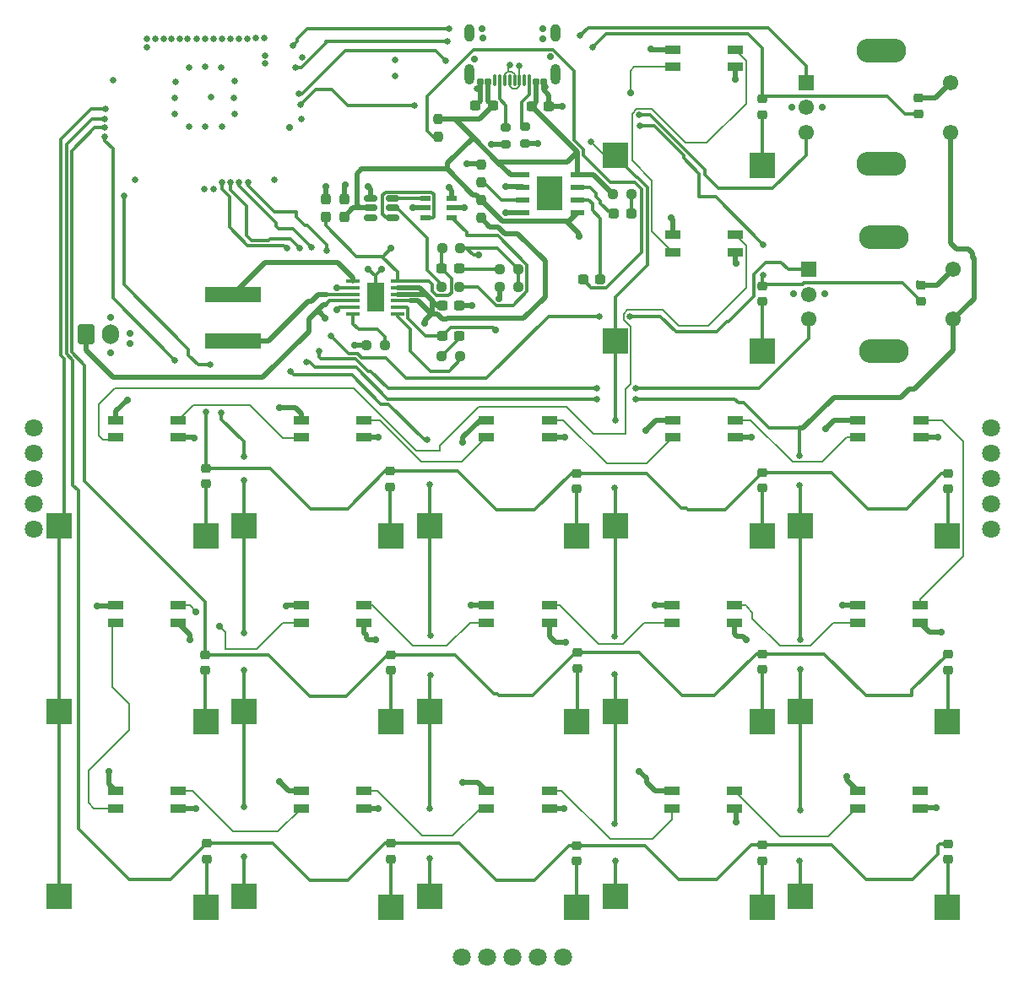
<source format=gbr>
%TF.GenerationSoftware,KiCad,Pcbnew,8.0.6*%
%TF.CreationDate,2025-02-02T15:37:03-07:00*%
%TF.ProjectId,Modular MacroPad,4d6f6475-6c61-4722-904d-6163726f5061,rev?*%
%TF.SameCoordinates,Original*%
%TF.FileFunction,Copper,L4,Bot*%
%TF.FilePolarity,Positive*%
%FSLAX46Y46*%
G04 Gerber Fmt 4.6, Leading zero omitted, Abs format (unit mm)*
G04 Created by KiCad (PCBNEW 8.0.6) date 2025-02-02 15:37:03*
%MOMM*%
%LPD*%
G01*
G04 APERTURE LIST*
G04 Aperture macros list*
%AMRoundRect*
0 Rectangle with rounded corners*
0 $1 Rounding radius*
0 $2 $3 $4 $5 $6 $7 $8 $9 X,Y pos of 4 corners*
0 Add a 4 corners polygon primitive as box body*
4,1,4,$2,$3,$4,$5,$6,$7,$8,$9,$2,$3,0*
0 Add four circle primitives for the rounded corners*
1,1,$1+$1,$2,$3*
1,1,$1+$1,$4,$5*
1,1,$1+$1,$6,$7*
1,1,$1+$1,$8,$9*
0 Add four rect primitives between the rounded corners*
20,1,$1+$1,$2,$3,$4,$5,0*
20,1,$1+$1,$4,$5,$6,$7,0*
20,1,$1+$1,$6,$7,$8,$9,0*
20,1,$1+$1,$8,$9,$2,$3,0*%
G04 Aperture macros list end*
%TA.AperFunction,ComponentPad*%
%ADD10C,1.800000*%
%TD*%
%TA.AperFunction,SMDPad,CuDef*%
%ADD11R,2.550000X2.550000*%
%TD*%
%TA.AperFunction,ComponentPad*%
%ADD12C,1.550000*%
%TD*%
%TA.AperFunction,ComponentPad*%
%ADD13R,1.550000X1.550000*%
%TD*%
%TA.AperFunction,ComponentPad*%
%ADD14RoundRect,1.200000X-1.300000X0.000010X-1.300000X-0.000010X1.300000X-0.000010X1.300000X0.000010X0*%
%TD*%
%TA.AperFunction,SMDPad,CuDef*%
%ADD15RoundRect,0.237500X0.237500X-0.250000X0.237500X0.250000X-0.237500X0.250000X-0.237500X-0.250000X0*%
%TD*%
%TA.AperFunction,SMDPad,CuDef*%
%ADD16RoundRect,0.218750X-0.256250X0.218750X-0.256250X-0.218750X0.256250X-0.218750X0.256250X0.218750X0*%
%TD*%
%TA.AperFunction,SMDPad,CuDef*%
%ADD17RoundRect,0.237500X-0.250000X-0.237500X0.250000X-0.237500X0.250000X0.237500X-0.250000X0.237500X0*%
%TD*%
%TA.AperFunction,SMDPad,CuDef*%
%ADD18RoundRect,0.237500X0.300000X0.237500X-0.300000X0.237500X-0.300000X-0.237500X0.300000X-0.237500X0*%
%TD*%
%TA.AperFunction,ComponentPad*%
%ADD19O,1.000000X2.100000*%
%TD*%
%TA.AperFunction,ComponentPad*%
%ADD20O,1.000000X1.800000*%
%TD*%
%TA.AperFunction,SMDPad,CuDef*%
%ADD21RoundRect,0.150000X-0.150000X-0.227500X0.150000X-0.227500X0.150000X0.227500X-0.150000X0.227500X0*%
%TD*%
%TA.AperFunction,SMDPad,CuDef*%
%ADD22RoundRect,0.075000X-0.075000X-0.500000X0.075000X-0.500000X0.075000X0.500000X-0.075000X0.500000X0*%
%TD*%
%TA.AperFunction,SMDPad,CuDef*%
%ADD23RoundRect,0.237500X0.250000X0.237500X-0.250000X0.237500X-0.250000X-0.237500X0.250000X-0.237500X0*%
%TD*%
%TA.AperFunction,SMDPad,CuDef*%
%ADD24RoundRect,0.237500X-0.237500X0.250000X-0.237500X-0.250000X0.237500X-0.250000X0.237500X0.250000X0*%
%TD*%
%TA.AperFunction,SMDPad,CuDef*%
%ADD25RoundRect,0.237500X-0.300000X-0.237500X0.300000X-0.237500X0.300000X0.237500X-0.300000X0.237500X0*%
%TD*%
%TA.AperFunction,SMDPad,CuDef*%
%ADD26R,1.600000X0.850000*%
%TD*%
%TA.AperFunction,SMDPad,CuDef*%
%ADD27R,0.977900X0.558800*%
%TD*%
%TA.AperFunction,SMDPad,CuDef*%
%ADD28RoundRect,0.150000X0.512500X0.150000X-0.512500X0.150000X-0.512500X-0.150000X0.512500X-0.150000X0*%
%TD*%
%TA.AperFunction,SMDPad,CuDef*%
%ADD29RoundRect,0.218750X0.256250X-0.218750X0.256250X0.218750X-0.256250X0.218750X-0.256250X-0.218750X0*%
%TD*%
%TA.AperFunction,SMDPad,CuDef*%
%ADD30RoundRect,0.200000X0.275000X-0.200000X0.275000X0.200000X-0.275000X0.200000X-0.275000X-0.200000X0*%
%TD*%
%TA.AperFunction,SMDPad,CuDef*%
%ADD31RoundRect,0.237500X-0.237500X0.300000X-0.237500X-0.300000X0.237500X-0.300000X0.237500X0.300000X0*%
%TD*%
%TA.AperFunction,SMDPad,CuDef*%
%ADD32RoundRect,0.237500X0.287500X0.237500X-0.287500X0.237500X-0.287500X-0.237500X0.287500X-0.237500X0*%
%TD*%
%TA.AperFunction,SMDPad,CuDef*%
%ADD33RoundRect,0.237500X-0.287500X-0.237500X0.287500X-0.237500X0.287500X0.237500X-0.287500X0.237500X0*%
%TD*%
%TA.AperFunction,SMDPad,CuDef*%
%ADD34R,5.689600X1.600200*%
%TD*%
%TA.AperFunction,SMDPad,CuDef*%
%ADD35RoundRect,0.237500X0.237500X-0.300000X0.237500X0.300000X-0.237500X0.300000X-0.237500X-0.300000X0*%
%TD*%
%TA.AperFunction,SMDPad,CuDef*%
%ADD36R,1.752600X2.946400*%
%TD*%
%TA.AperFunction,SMDPad,CuDef*%
%ADD37R,1.333500X0.431800*%
%TD*%
%TA.AperFunction,SMDPad,CuDef*%
%ADD38R,2.514600X3.403600*%
%TD*%
%TA.AperFunction,SMDPad,CuDef*%
%ADD39R,1.460500X0.558800*%
%TD*%
%TA.AperFunction,ComponentPad*%
%ADD40O,1.700000X2.000000*%
%TD*%
%TA.AperFunction,ComponentPad*%
%ADD41RoundRect,0.250000X-0.600000X-0.750000X0.600000X-0.750000X0.600000X0.750000X-0.600000X0.750000X0*%
%TD*%
%TA.AperFunction,ViaPad*%
%ADD42C,0.700000*%
%TD*%
%TA.AperFunction,ViaPad*%
%ADD43C,0.650000*%
%TD*%
%TA.AperFunction,Conductor*%
%ADD44C,0.300000*%
%TD*%
%TA.AperFunction,Conductor*%
%ADD45C,0.200000*%
%TD*%
%TA.AperFunction,Conductor*%
%ADD46C,0.500000*%
%TD*%
G04 APERTURE END LIST*
D10*
%TO.P,J4,5,Pin_5*%
%TO.N,unconnected-(J4-Pin_5-Pad5)*%
X153311608Y-142096589D03*
%TO.P,J4,4,Pin_4*%
%TO.N,unconnected-(J4-Pin_4-Pad4)*%
X150771608Y-142096589D03*
%TO.P,J4,3,Pin_3*%
%TO.N,unconnected-(J4-Pin_3-Pad3)*%
X148231608Y-142096589D03*
%TO.P,J4,2,Pin_2*%
%TO.N,unconnected-(J4-Pin_2-Pad2)*%
X145691608Y-142096589D03*
%TO.P,J4,1,Pin_1*%
%TO.N,unconnected-(J4-Pin_1-Pad1)*%
X143151608Y-142096589D03*
%TD*%
%TO.P,J3,1,Pin_1*%
%TO.N,unconnected-(J3-Pin_1-Pad1)*%
X100225608Y-89010589D03*
%TO.P,J3,2,Pin_2*%
%TO.N,unconnected-(J3-Pin_2-Pad2)*%
X100225608Y-91550589D03*
%TO.P,J3,3,Pin_3*%
%TO.N,unconnected-(J3-Pin_3-Pad3)*%
X100225608Y-94090589D03*
%TO.P,J3,4,Pin_4*%
%TO.N,unconnected-(J3-Pin_4-Pad4)*%
X100225608Y-96630589D03*
%TO.P,J3,5,Pin_5*%
%TO.N,unconnected-(J3-Pin_5-Pad5)*%
X100225608Y-99170589D03*
%TD*%
%TO.P,J2,5,Pin_5*%
%TO.N,unconnected-(J2-Pin_5-Pad5)*%
X196237608Y-99170589D03*
%TO.P,J2,4,Pin_4*%
%TO.N,unconnected-(J2-Pin_4-Pad4)*%
X196237608Y-96630589D03*
%TO.P,J2,3,Pin_3*%
%TO.N,unconnected-(J2-Pin_3-Pad3)*%
X196237608Y-94090589D03*
%TO.P,J2,2,Pin_2*%
%TO.N,unconnected-(J2-Pin_2-Pad2)*%
X196237608Y-91550589D03*
%TO.P,J2,1,Pin_1*%
%TO.N,unconnected-(J2-Pin_1-Pad1)*%
X196237608Y-89010589D03*
%TD*%
D11*
%TO.P,SW6,2,2*%
%TO.N,Net-(D39-A)*%
X154716790Y-99833608D03*
%TO.P,SW6,1,1*%
%TO.N,Col2*%
X139966790Y-98783608D03*
%TD*%
%TO.P,SW13,2,2*%
%TO.N,Net-(D29-A)*%
X191916790Y-118433608D03*
%TO.P,SW13,1,1*%
%TO.N,Col4*%
X177166790Y-117383608D03*
%TD*%
%TO.P,SW12,2,2*%
%TO.N,Net-(D26-A)*%
X173316790Y-118433608D03*
%TO.P,SW12,1,1*%
%TO.N,Col3*%
X158566790Y-117383608D03*
%TD*%
%TO.P,SW9,2,2*%
%TO.N,Net-(D35-A)*%
X117516790Y-118433608D03*
%TO.P,SW9,1,1*%
%TO.N,Col0*%
X102766790Y-117383608D03*
%TD*%
%TO.P,SW5,2,2*%
%TO.N,Net-(D38-A)*%
X136116790Y-99833608D03*
%TO.P,SW5,1,1*%
%TO.N,Col1*%
X121366790Y-98783608D03*
%TD*%
%TO.P,SW11,2,2*%
%TO.N,Net-(D36-A)*%
X154716790Y-118433608D03*
%TO.P,SW11,1,1*%
%TO.N,Col2*%
X139966790Y-117383608D03*
%TD*%
%TO.P,SW10,2,2*%
%TO.N,Net-(D34-A)*%
X136116790Y-118433608D03*
%TO.P,SW10,1,1*%
%TO.N,Col1*%
X121366790Y-117383608D03*
%TD*%
D12*
%TO.P,SW20,S2,S2*%
%TO.N,Col4*%
X192486390Y-78061208D03*
%TO.P,SW20,S1,S1*%
%TO.N,Net-(D41-A)*%
X192486390Y-73061208D03*
%TO.P,SW20,C,C*%
%TO.N,GND*%
X177986390Y-75561208D03*
%TO.P,SW20,B,B*%
%TO.N,Rotary2B*%
X177986390Y-78061208D03*
D13*
%TO.P,SW20,A,A*%
%TO.N,Rotary2A*%
X177986390Y-73061208D03*
D14*
%TO.P,SW20,4*%
%TO.N,N/C*%
X185486390Y-81261208D03*
%TO.P,SW20,3*%
X185486390Y-69861208D03*
%TD*%
D11*
%TO.P,SW14,2,2*%
%TO.N,Net-(D33-A)*%
X117516790Y-137033608D03*
%TO.P,SW14,1,1*%
%TO.N,Col0*%
X102766790Y-135983608D03*
%TD*%
D12*
%TO.P,SW21,S2,S2*%
%TO.N,Col4*%
X192236390Y-59311208D03*
%TO.P,SW21,S1,S1*%
%TO.N,Net-(D40-A)*%
X192236390Y-54311208D03*
%TO.P,SW21,C,C*%
%TO.N,GND*%
X177736390Y-56811208D03*
%TO.P,SW21,B,B*%
%TO.N,Rotary1B*%
X177736390Y-59311208D03*
D13*
%TO.P,SW21,A,A*%
%TO.N,Rotary1A*%
X177736390Y-54311208D03*
D14*
%TO.P,SW21,4*%
%TO.N,N/C*%
X185236390Y-62511208D03*
%TO.P,SW21,3*%
X185236390Y-51111208D03*
%TD*%
D11*
%TO.P,SW18,2,2*%
%TO.N,Net-(D28-A)*%
X191916790Y-137033608D03*
%TO.P,SW18,1,1*%
%TO.N,Col4*%
X177166790Y-135983608D03*
%TD*%
%TO.P,SW4,2,2*%
%TO.N,Net-(D37-A)*%
X117516790Y-99833608D03*
%TO.P,SW4,1,1*%
%TO.N,Col0*%
X102766790Y-98783608D03*
%TD*%
%TO.P,SW15,2,2*%
%TO.N,Net-(D32-A)*%
X136116790Y-137033608D03*
%TO.P,SW15,1,1*%
%TO.N,Col1*%
X121366790Y-135983608D03*
%TD*%
%TO.P,SW7,2,2*%
%TO.N,Net-(D25-A)*%
X173316790Y-99833608D03*
%TO.P,SW7,1,1*%
%TO.N,Col3*%
X158566790Y-98783608D03*
%TD*%
%TO.P,SW3,2,2*%
%TO.N,Net-(D8-A)*%
X173320590Y-81288989D03*
%TO.P,SW3,1,1*%
%TO.N,Col3*%
X158570590Y-80238989D03*
%TD*%
%TO.P,SW17,2,2*%
%TO.N,Net-(D27-A)*%
X173316790Y-137033608D03*
%TO.P,SW17,1,1*%
%TO.N,Col3*%
X158566790Y-135983608D03*
%TD*%
%TO.P,SW16,2,2*%
%TO.N,Net-(D31-A)*%
X154716790Y-137033608D03*
%TO.P,SW16,1,1*%
%TO.N,Col2*%
X139966790Y-135983608D03*
%TD*%
%TO.P,SW1,1,1*%
%TO.N,Col3*%
X158570590Y-61620789D03*
%TO.P,SW1,2,2*%
%TO.N,Net-(D6-A)*%
X173320590Y-62670789D03*
%TD*%
D15*
%TO.P,R12,2*%
%TO.N,VBUS*%
X145136390Y-66098708D03*
%TO.P,R12,1*%
%TO.N,BAT+*%
X145136390Y-67923708D03*
%TD*%
D16*
%TO.P,D38,2,A*%
%TO.N,Net-(D38-A)*%
X135986390Y-94898708D03*
%TO.P,D38,1,K*%
%TO.N,Row2*%
X135986390Y-93323708D03*
%TD*%
%TO.P,D34,2,A*%
%TO.N,Net-(D34-A)*%
X136086390Y-113286208D03*
%TO.P,D34,1,K*%
%TO.N,Row3*%
X136086390Y-111711208D03*
%TD*%
D17*
%TO.P,R13,2*%
%TO.N,Net-(U7-RT)*%
X135448890Y-80711208D03*
%TO.P,R13,1*%
%TO.N,GND*%
X133623890Y-80711208D03*
%TD*%
D16*
%TO.P,D39,2,A*%
%TO.N,Net-(D39-A)*%
X154736390Y-95086208D03*
%TO.P,D39,1,K*%
%TO.N,Row2*%
X154736390Y-93511208D03*
%TD*%
%TO.P,D30,2,A*%
%TO.N,Net-(D30-A)*%
X191936390Y-95098708D03*
%TO.P,D30,1,K*%
%TO.N,Row2*%
X191936390Y-93523708D03*
%TD*%
D18*
%TO.P,C8,2*%
%TO.N,GPIO16*%
X141186390Y-73011208D03*
%TO.P,C8,1*%
%TO.N,Net-(C8-Pad1)*%
X142911390Y-73011208D03*
%TD*%
D19*
%TO.P,J1,S1,SHIELD*%
%TO.N,GND*%
X152558390Y-53516208D03*
D20*
X152558390Y-49336208D03*
D19*
X143918390Y-53516208D03*
D20*
X143918390Y-49336208D03*
D21*
%TO.P,J1,B12,GND*%
X145038390Y-54288708D03*
%TO.P,J1,B9,VBUS*%
%TO.N,VBUS*%
X145838390Y-54288708D03*
D22*
%TO.P,J1,B8,SBU2*%
%TO.N,unconnected-(J1-SBU2-PadB8)*%
X146488390Y-54091208D03*
%TO.P,J1,B7,D-*%
%TO.N,USB_N*%
X147488390Y-54091208D03*
%TO.P,J1,B6,D+*%
%TO.N,USB_P*%
X148988390Y-54091208D03*
%TO.P,J1,B5,CC2*%
%TO.N,Net-(J1-CC2)*%
X149988390Y-54091208D03*
D21*
%TO.P,J1,B4,VBUS*%
%TO.N,VBUS*%
X150638390Y-54288708D03*
%TO.P,J1,B1,GND*%
%TO.N,GND*%
X151438390Y-54288708D03*
%TO.P,J1,A12,GND*%
X151438390Y-54288708D03*
%TO.P,J1,A9,VBUS*%
%TO.N,VBUS*%
X150638390Y-54288708D03*
D22*
%TO.P,J1,A8,SBU1*%
%TO.N,unconnected-(J1-SBU1-PadA8)*%
X149488390Y-54091208D03*
%TO.P,J1,A7,D-*%
%TO.N,USB_N*%
X148488390Y-54091208D03*
%TO.P,J1,A6,D+*%
%TO.N,USB_P*%
X147988390Y-54091208D03*
%TO.P,J1,A5,CC1*%
%TO.N,Net-(J1-CC1)*%
X146988390Y-54091208D03*
D21*
%TO.P,J1,A4,VBUS*%
%TO.N,VBUS*%
X145838390Y-54288708D03*
%TO.P,J1,A1,GND*%
%TO.N,GND*%
X145038390Y-54288708D03*
%TD*%
D18*
%TO.P,C9,2*%
%TO.N,Net-(U7-FB)*%
X141236390Y-79711208D03*
%TO.P,C9,1*%
%TO.N,Net-(C9-Pad1)*%
X142961390Y-79711208D03*
%TD*%
D23*
%TO.P,R15,2*%
%TO.N,Net-(C8-Pad1)*%
X147036390Y-73061208D03*
%TO.P,R15,1*%
%TO.N,Net-(U7-FB)*%
X148861390Y-73061208D03*
%TD*%
D16*
%TO.P,D35,2,A*%
%TO.N,Net-(D35-A)*%
X117486390Y-113286208D03*
%TO.P,D35,1,K*%
%TO.N,Row3*%
X117486390Y-111711208D03*
%TD*%
%TO.P,D36,2,A*%
%TO.N,Net-(D36-A)*%
X154786390Y-113111208D03*
%TO.P,D36,1,K*%
%TO.N,Row3*%
X154786390Y-111536208D03*
%TD*%
D24*
%TO.P,R10,2*%
%TO.N,Net-(U3-PROG)*%
X145136390Y-64361208D03*
%TO.P,R10,1*%
%TO.N,GND*%
X145136390Y-62536208D03*
%TD*%
D25*
%TO.P,C4,2*%
%TO.N,GND*%
X151948890Y-56711208D03*
%TO.P,C4,1*%
%TO.N,VBUS*%
X150223890Y-56711208D03*
%TD*%
D26*
%TO.P,D23,4,VDD*%
%TO.N,VBUS*%
X182924090Y-88178008D03*
%TO.P,D23,3,DIN*%
%TO.N,Net-(D22-DOUT)*%
X182924090Y-89928008D03*
%TO.P,D23,2,VSS*%
%TO.N,GND*%
X189224090Y-89928008D03*
%TO.P,D23,1,DOUT*%
%TO.N,Net-(D12-DIN)*%
X189224090Y-88178008D03*
%TD*%
D27*
%TO.P,Q1,6,G1*%
%TO.N,Net-(Q1-G1)*%
X139536390Y-65961206D03*
%TO.P,Q1,5,D12*%
%TO.N,GND*%
X139536390Y-66911207D03*
%TO.P,Q1,4,G2*%
%TO.N,Net-(Q1-G2)*%
X139536390Y-67861208D03*
%TO.P,Q1,3,S2*%
%TO.N,Net-(Q1-S2)*%
X142216090Y-67861208D03*
%TO.P,Q1,2,D12*%
%TO.N,GND*%
X142216090Y-66911207D03*
%TO.P,Q1,1,S1*%
X142216090Y-65961206D03*
%TD*%
D28*
%TO.P,U6,6,GND*%
%TO.N,GND*%
X134011390Y-65961208D03*
%TO.P,U6,5,VCC*%
%TO.N,VBUS*%
X134011390Y-66911208D03*
%TO.P,U6,4,TD*%
%TO.N,unconnected-(U6-TD-Pad4)*%
X134011390Y-67861208D03*
%TO.P,U6,3,OC*%
%TO.N,Net-(Q1-G2)*%
X136286390Y-67861208D03*
%TO.P,U6,2,CS*%
%TO.N,Net-(U6-CS)*%
X136286390Y-66911208D03*
%TO.P,U6,1,OD*%
%TO.N,Net-(Q1-G1)*%
X136286390Y-65961208D03*
%TD*%
D16*
%TO.P,D37,2,A*%
%TO.N,Net-(D37-A)*%
X117536390Y-94598708D03*
%TO.P,D37,1,K*%
%TO.N,Row2*%
X117536390Y-93023708D03*
%TD*%
D24*
%TO.P,R8,2*%
%TO.N,Net-(D1-A)*%
X140836390Y-59773708D03*
%TO.P,R8,1*%
%TO.N,VBUS*%
X140836390Y-57948708D03*
%TD*%
D16*
%TO.P,D31,2,A*%
%TO.N,Net-(D31-A)*%
X154686390Y-132436208D03*
%TO.P,D31,1,K*%
%TO.N,Row4*%
X154686390Y-130861208D03*
%TD*%
D29*
%TO.P,D41,2,A*%
%TO.N,Net-(D41-A)*%
X189236390Y-74686208D03*
%TO.P,D41,1,K*%
%TO.N,Row1*%
X189236390Y-76261208D03*
%TD*%
D26*
%TO.P,D16,4,VDD*%
%TO.N,VBUS*%
X114776590Y-108533008D03*
%TO.P,D16,3,DIN*%
%TO.N,Net-(D15-DOUT)*%
X114776590Y-106783008D03*
%TO.P,D16,2,VSS*%
%TO.N,GND*%
X108476590Y-106783008D03*
%TO.P,D16,1,DOUT*%
%TO.N,Net-(D16-DOUT)*%
X108476590Y-108533008D03*
%TD*%
%TO.P,D13,4,VDD*%
%TO.N,VBUS*%
X170576590Y-108533008D03*
%TO.P,D13,3,DIN*%
%TO.N,Net-(D12-DOUT)*%
X170576590Y-106783008D03*
%TO.P,D13,2,VSS*%
%TO.N,GND*%
X164276590Y-106783008D03*
%TO.P,D13,1,DOUT*%
%TO.N,Net-(D13-DOUT)*%
X164276590Y-108533008D03*
%TD*%
D16*
%TO.P,D28,2,A*%
%TO.N,Net-(D28-A)*%
X191936390Y-132248708D03*
%TO.P,D28,1,K*%
%TO.N,Row4*%
X191936390Y-130673708D03*
%TD*%
D30*
%TO.P,R5,2*%
%TO.N,Net-(J1-CC2)*%
X149536390Y-58786208D03*
%TO.P,R5,1*%
%TO.N,GND*%
X149536390Y-60436208D03*
%TD*%
D31*
%TO.P,C6,2*%
%TO.N,VBUS*%
X131436390Y-67773708D03*
%TO.P,C6,1*%
%TO.N,GND*%
X131436390Y-66048708D03*
%TD*%
D16*
%TO.P,D26,2,A*%
%TO.N,Net-(D26-A)*%
X173336390Y-113198708D03*
%TO.P,D26,1,K*%
%TO.N,Row3*%
X173336390Y-111623708D03*
%TD*%
D29*
%TO.P,D40,2,A*%
%TO.N,Net-(D40-A)*%
X189036390Y-55873708D03*
%TO.P,D40,1,K*%
%TO.N,Row0*%
X189036390Y-57448708D03*
%TD*%
D32*
%TO.P,D1,2,A*%
%TO.N,Net-(D1-A)*%
X155361390Y-74111208D03*
%TO.P,D1,1,K*%
%TO.N,Net-(D1-K)*%
X157111390Y-74111208D03*
%TD*%
D26*
%TO.P,D21,4,VDD*%
%TO.N,VBUS*%
X108476590Y-125383008D03*
%TO.P,D21,3,DIN*%
%TO.N,Net-(D16-DOUT)*%
X108476590Y-127133008D03*
%TO.P,D21,2,VSS*%
%TO.N,GND*%
X114776590Y-127133008D03*
%TO.P,D21,1,DOUT*%
%TO.N,Net-(D20-DIN)*%
X114776590Y-125383008D03*
%TD*%
%TO.P,D18,4,VDD*%
%TO.N,VBUS*%
X164276590Y-125383008D03*
%TO.P,D18,3,DIN*%
%TO.N,Net-(D18-DIN)*%
X164276590Y-127133008D03*
%TO.P,D18,2,VSS*%
%TO.N,GND*%
X170576590Y-127133008D03*
%TO.P,D18,1,DOUT*%
%TO.N,Net-(D17-DIN)*%
X170576590Y-125383008D03*
%TD*%
D23*
%TO.P,R14,2*%
%TO.N,Net-(C9-Pad1)*%
X141186390Y-81811208D03*
%TO.P,R14,1*%
%TO.N,Net-(U7-VC)*%
X143011390Y-81811208D03*
%TD*%
D16*
%TO.P,D25,2,A*%
%TO.N,Net-(D25-A)*%
X173336390Y-94998708D03*
%TO.P,D25,1,K*%
%TO.N,Row2*%
X173336390Y-93423708D03*
%TD*%
D26*
%TO.P,D22,4,VDD*%
%TO.N,VBUS*%
X164324090Y-88178008D03*
%TO.P,D22,3,DIN*%
%TO.N,Net-(D22-DIN)*%
X164324090Y-89928008D03*
%TO.P,D22,2,VSS*%
%TO.N,GND*%
X170624090Y-89928008D03*
%TO.P,D22,1,DOUT*%
%TO.N,Net-(D22-DOUT)*%
X170624090Y-88178008D03*
%TD*%
D16*
%TO.P,D6,2,A*%
%TO.N,Net-(D6-A)*%
X173336390Y-57561208D03*
%TO.P,D6,1,K*%
%TO.N,Row0*%
X173336390Y-55986208D03*
%TD*%
D26*
%TO.P,D14,4,VDD*%
%TO.N,VBUS*%
X151976590Y-108533008D03*
%TO.P,D14,3,DIN*%
%TO.N,Net-(D13-DOUT)*%
X151976590Y-106783008D03*
%TO.P,D14,2,VSS*%
%TO.N,GND*%
X145676590Y-106783008D03*
%TO.P,D14,1,DOUT*%
%TO.N,Net-(D14-DOUT)*%
X145676590Y-108533008D03*
%TD*%
D16*
%TO.P,D27,2,A*%
%TO.N,Net-(D27-A)*%
X173336390Y-132398708D03*
%TO.P,D27,1,K*%
%TO.N,Row4*%
X173336390Y-130823708D03*
%TD*%
D33*
%TO.P,D2,2,A*%
%TO.N,Net-(D2-A)*%
X160211390Y-67461208D03*
%TO.P,D2,1,K*%
%TO.N,Net-(D2-K)*%
X158461390Y-67461208D03*
%TD*%
D16*
%TO.P,D33,2,A*%
%TO.N,Net-(D33-A)*%
X117586390Y-132236208D03*
%TO.P,D33,1,K*%
%TO.N,Row4*%
X117586390Y-130661208D03*
%TD*%
D26*
%TO.P,D12,4,VDD*%
%TO.N,VBUS*%
X189176590Y-108533008D03*
%TO.P,D12,3,DIN*%
%TO.N,Net-(D12-DIN)*%
X189176590Y-106783008D03*
%TO.P,D12,2,VSS*%
%TO.N,GND*%
X182876590Y-106783008D03*
%TO.P,D12,1,DOUT*%
%TO.N,Net-(D12-DOUT)*%
X182876590Y-108533008D03*
%TD*%
%TO.P,D24,4,VDD*%
%TO.N,VBUS*%
X164324090Y-51028008D03*
%TO.P,D24,3,DIN*%
%TO.N,LED_GPIO*%
X164324090Y-52778008D03*
%TO.P,D24,2,VSS*%
%TO.N,GND*%
X170624090Y-52778008D03*
%TO.P,D24,1,DOUT*%
%TO.N,Net-(D24-DOUT)*%
X170624090Y-51028008D03*
%TD*%
D17*
%TO.P,R16,2*%
%TO.N,Net-(U7-FB)*%
X148861390Y-74861208D03*
%TO.P,R16,1*%
%TO.N,GND*%
X147036390Y-74861208D03*
%TD*%
D34*
%TO.P,L1,2,2*%
%TO.N,Net-(U7-SW2)*%
X120286390Y-75561208D03*
%TO.P,L1,1,1*%
%TO.N,Net-(U7-SW1)*%
X120286390Y-80260208D03*
%TD*%
D16*
%TO.P,D29,2,A*%
%TO.N,Net-(D29-A)*%
X191936390Y-113236208D03*
%TO.P,D29,1,K*%
%TO.N,Row3*%
X191936390Y-111661208D03*
%TD*%
D26*
%TO.P,D9,4,VDD*%
%TO.N,VBUS*%
X145676590Y-88183008D03*
%TO.P,D9,3,DIN*%
%TO.N,Net-(D10-DOUT)*%
X145676590Y-89933008D03*
%TO.P,D9,2,VSS*%
%TO.N,GND*%
X151976590Y-89933008D03*
%TO.P,D9,1,DOUT*%
%TO.N,Net-(D22-DIN)*%
X151976590Y-88183008D03*
%TD*%
D17*
%TO.P,R17,2*%
%TO.N,Net-(U7-FB)*%
X143061390Y-70911208D03*
%TO.P,R17,1*%
%TO.N,GPIO16*%
X141236390Y-70911208D03*
%TD*%
D35*
%TO.P,C10,2*%
%TO.N,GND*%
X129536390Y-66048708D03*
%TO.P,C10,1*%
%TO.N,GPIO16*%
X129536390Y-67773708D03*
%TD*%
D17*
%TO.P,R9,2*%
%TO.N,Net-(D2-A)*%
X160211390Y-65511208D03*
%TO.P,R9,1*%
%TO.N,VBUS*%
X158386390Y-65511208D03*
%TD*%
D18*
%TO.P,C5,2*%
%TO.N,GND*%
X144573890Y-56661208D03*
%TO.P,C5,1*%
%TO.N,VBUS*%
X146298890Y-56661208D03*
%TD*%
D16*
%TO.P,D32,2,A*%
%TO.N,Net-(D32-A)*%
X136086390Y-132198708D03*
%TO.P,D32,1,K*%
%TO.N,Row4*%
X136086390Y-130623708D03*
%TD*%
D36*
%TO.P,U7,13,EPAD*%
%TO.N,GND*%
X134520240Y-75885608D03*
D37*
%TO.P,U7,12,VC*%
%TO.N,Net-(U7-VC)*%
X136736390Y-77511208D03*
%TO.P,U7,11,FB*%
%TO.N,Net-(U7-FB)*%
X136736390Y-76860968D03*
%TO.P,U7,10,\u002ASHDN*%
%TO.N,BAT+*%
X136736390Y-76210728D03*
%TO.P,U7,9,VIN*%
X136736390Y-75560488D03*
%TO.P,U7,8,VIN*%
X136736390Y-74910248D03*
%TO.P,U7,7,VOUT*%
%TO.N,GPIO16*%
X136736390Y-74260008D03*
%TO.P,U7,6,SW2*%
%TO.N,Net-(U7-SW2)*%
X132304090Y-74260008D03*
%TO.P,U7,5,PGND*%
%TO.N,GND*%
X132304090Y-74910248D03*
%TO.P,U7,4,SW1*%
%TO.N,Net-(U7-SW1)*%
X132304090Y-75560488D03*
%TO.P,U7,3,MODE/SYNC*%
%TO.N,BAT+*%
X132304090Y-76210728D03*
%TO.P,U7,2,SGND*%
%TO.N,GND*%
X132304090Y-76860968D03*
%TO.P,U7,1,RT*%
%TO.N,Net-(U7-RT)*%
X132304090Y-77511208D03*
%TD*%
D26*
%TO.P,D17,4,VDD*%
%TO.N,VBUS*%
X182876590Y-125383008D03*
%TO.P,D17,3,DIN*%
%TO.N,Net-(D17-DIN)*%
X182876590Y-127133008D03*
%TO.P,D17,2,VSS*%
%TO.N,GND*%
X189176590Y-127133008D03*
%TO.P,D17,1,DOUT*%
%TO.N,unconnected-(D17-DOUT-Pad1)*%
X189176590Y-125383008D03*
%TD*%
%TO.P,D10,4,VDD*%
%TO.N,VBUS*%
X127076590Y-88183008D03*
%TO.P,D10,3,DIN*%
%TO.N,Net-(D10-DIN)*%
X127076590Y-89933008D03*
%TO.P,D10,2,VSS*%
%TO.N,GND*%
X133376590Y-89933008D03*
%TO.P,D10,1,DOUT*%
%TO.N,Net-(D10-DOUT)*%
X133376590Y-88183008D03*
%TD*%
D16*
%TO.P,D8,2,A*%
%TO.N,Net-(D8-A)*%
X173336390Y-76298708D03*
%TO.P,D8,1,K*%
%TO.N,Row1*%
X173336390Y-74723708D03*
%TD*%
D38*
%TO.P,U3,9,GND*%
%TO.N,GND*%
X152036390Y-65461208D03*
D39*
%TO.P,U3,8,CE*%
%TO.N,VBUS*%
X154760540Y-67366208D03*
%TO.P,U3,7,\u002ACHRG*%
%TO.N,Net-(D1-K)*%
X154760540Y-66096208D03*
%TO.P,U3,6,\u002ASTDBY*%
%TO.N,Net-(D2-K)*%
X154760540Y-64826208D03*
%TO.P,U3,5,BAT*%
%TO.N,VBUS*%
X154760540Y-63556208D03*
%TO.P,U3,4,VCC*%
X149312240Y-63556208D03*
%TO.P,U3,3,GND*%
%TO.N,GND*%
X149312240Y-64826208D03*
%TO.P,U3,2,PROG*%
%TO.N,Net-(U3-PROG)*%
X149312240Y-66096208D03*
%TO.P,U3,1,TEMP*%
%TO.N,GND*%
X149312240Y-67366208D03*
%TD*%
D25*
%TO.P,C7,2*%
%TO.N,GND*%
X142961390Y-76661208D03*
%TO.P,C7,1*%
%TO.N,BAT+*%
X141236390Y-76661208D03*
%TD*%
D40*
%TO.P,J5,2,Pin_2*%
%TO.N,GND*%
X107986390Y-79611208D03*
D41*
%TO.P,J5,1,Pin_1*%
%TO.N,BAT+*%
X105486390Y-79611208D03*
%TD*%
D26*
%TO.P,D15,4,VDD*%
%TO.N,VBUS*%
X133376590Y-108533008D03*
%TO.P,D15,3,DIN*%
%TO.N,Net-(D14-DOUT)*%
X133376590Y-106783008D03*
%TO.P,D15,2,VSS*%
%TO.N,GND*%
X127076590Y-106783008D03*
%TO.P,D15,1,DOUT*%
%TO.N,Net-(D15-DOUT)*%
X127076590Y-108533008D03*
%TD*%
%TO.P,D11,4,VDD*%
%TO.N,VBUS*%
X108476590Y-88183008D03*
%TO.P,D11,3,DIN*%
%TO.N,Net-(D11-DIN)*%
X108476590Y-89933008D03*
%TO.P,D11,2,VSS*%
%TO.N,GND*%
X114776590Y-89933008D03*
%TO.P,D11,1,DOUT*%
%TO.N,Net-(D10-DIN)*%
X114776590Y-88183008D03*
%TD*%
%TO.P,D20,4,VDD*%
%TO.N,VBUS*%
X127076590Y-125383008D03*
%TO.P,D20,3,DIN*%
%TO.N,Net-(D20-DIN)*%
X127076590Y-127133008D03*
%TO.P,D20,2,VSS*%
%TO.N,GND*%
X133376590Y-127133008D03*
%TO.P,D20,1,DOUT*%
%TO.N,Net-(D19-DIN)*%
X133376590Y-125383008D03*
%TD*%
D30*
%TO.P,R4,2*%
%TO.N,Net-(J1-CC1)*%
X147636390Y-58836208D03*
%TO.P,R4,1*%
%TO.N,GND*%
X147636390Y-60486208D03*
%TD*%
D26*
%TO.P,D7,4,VDD*%
%TO.N,VBUS*%
X164324090Y-69578008D03*
%TO.P,D7,3,DIN*%
%TO.N,Net-(D24-DOUT)*%
X164324090Y-71328008D03*
%TO.P,D7,2,VSS*%
%TO.N,GND*%
X170624090Y-71328008D03*
%TO.P,D7,1,DOUT*%
%TO.N,Net-(D11-DIN)*%
X170624090Y-69578008D03*
%TD*%
D17*
%TO.P,R11,2*%
%TO.N,Net-(Q1-S2)*%
X142973890Y-74861208D03*
%TO.P,R11,1*%
%TO.N,Net-(U6-CS)*%
X141148890Y-74861208D03*
%TD*%
D26*
%TO.P,D19,4,VDD*%
%TO.N,VBUS*%
X145676590Y-125383008D03*
%TO.P,D19,3,DIN*%
%TO.N,Net-(D19-DIN)*%
X145676590Y-127133008D03*
%TO.P,D19,2,VSS*%
%TO.N,GND*%
X151976590Y-127133008D03*
%TO.P,D19,1,DOUT*%
%TO.N,Net-(D18-DIN)*%
X151976590Y-125383008D03*
%TD*%
D11*
%TO.P,SW8,2,2*%
%TO.N,Net-(D30-A)*%
X191916790Y-99833608D03*
%TO.P,SW8,1,1*%
%TO.N,Col4*%
X177166790Y-98783608D03*
%TD*%
D42*
%TO.N,GND*%
X152036390Y-65461208D03*
D43*
X111636390Y-50761208D03*
D42*
X152086390Y-51761208D03*
D43*
X120336390Y-55861208D03*
D42*
X153554408Y-89943189D03*
D43*
X113286390Y-49911208D03*
X116586390Y-49911208D03*
X111586390Y-49961208D03*
D42*
X190904408Y-89893189D03*
X109936390Y-79461208D03*
D43*
X136536390Y-53661208D03*
X124436390Y-64111208D03*
X115836390Y-58711208D03*
X118286390Y-49911208D03*
D42*
X170704408Y-72493189D03*
X132436390Y-80661208D03*
D43*
X123386390Y-49861208D03*
X114436390Y-57461208D03*
D42*
X170704408Y-128543189D03*
D43*
X115686390Y-49911208D03*
D42*
X176286390Y-56761208D03*
X147586390Y-64761208D03*
X106654408Y-106843189D03*
X146948890Y-76011208D03*
D43*
X112486390Y-49911208D03*
X119186390Y-58761208D03*
D42*
X133836390Y-73061208D03*
X133786390Y-64761208D03*
X150786390Y-60461208D03*
D43*
X110436390Y-64111208D03*
D42*
X129586390Y-64761208D03*
D43*
X119986390Y-49911208D03*
X121686390Y-49911208D03*
X122536390Y-49861208D03*
D42*
X125554408Y-106843189D03*
D43*
X144736390Y-54911208D03*
D42*
X134804408Y-127143189D03*
X134804408Y-89943189D03*
D43*
X115836390Y-52811208D03*
D42*
X162604408Y-106793189D03*
X145286390Y-49861208D03*
D43*
X114886390Y-49911208D03*
D42*
X144248890Y-76711208D03*
D43*
X136536390Y-52061208D03*
X119086390Y-52811208D03*
D42*
X107986390Y-81411208D03*
D43*
X114036390Y-49911208D03*
D42*
X144486390Y-51961208D03*
X172204408Y-89943189D03*
D43*
X108186390Y-54111208D03*
D42*
X181354408Y-106793189D03*
X130636390Y-77161208D03*
D43*
X119136390Y-49911208D03*
X114436390Y-55861208D03*
X151586390Y-54761208D03*
D42*
X146196390Y-60486208D03*
X138286390Y-66861208D03*
D43*
X118036390Y-55811208D03*
D42*
X107986390Y-77911208D03*
X109886390Y-80511208D03*
D43*
X117486390Y-58761208D03*
X117436390Y-52711208D03*
D42*
X135136390Y-73061208D03*
D43*
X117436390Y-49911208D03*
D42*
X145236390Y-48911208D03*
D43*
X120836390Y-49911208D03*
D42*
X131486390Y-64611208D03*
X153236390Y-56711208D03*
X141886390Y-64811208D03*
X116504408Y-127143189D03*
D43*
X114486390Y-54261208D03*
D42*
X179386390Y-56761208D03*
D43*
X120386390Y-54211208D03*
X127173890Y-51811208D03*
D42*
X147636390Y-67411208D03*
D43*
X120436390Y-57461208D03*
D42*
X143736390Y-62461208D03*
X116354408Y-89993189D03*
X153454408Y-127143189D03*
X144104408Y-106793189D03*
X151336390Y-49961208D03*
X190754408Y-127093189D03*
X143486390Y-66911208D03*
D43*
X123436390Y-52411208D03*
D42*
X151336390Y-48961208D03*
D43*
X123436390Y-51611208D03*
D42*
X176486390Y-75511208D03*
X130636390Y-74911208D03*
X170654408Y-53993189D03*
X179586390Y-75511208D03*
%TO.N,VBUS*%
X181804408Y-123943189D03*
X107804408Y-123393189D03*
X179654408Y-89093189D03*
X154954408Y-69743189D03*
X161654408Y-89193189D03*
X153604408Y-110443189D03*
X171704408Y-110193189D03*
X143304408Y-90393189D03*
X161004408Y-123393189D03*
X164154408Y-67893189D03*
X134554408Y-110243189D03*
X109654408Y-86143189D03*
X143254408Y-124543189D03*
X124904408Y-124443189D03*
X124904408Y-86943189D03*
X191254408Y-109443189D03*
X162129408Y-50968189D03*
X115954408Y-110193189D03*
%TO.N,BAT+*%
X139504408Y-78493189D03*
X129504408Y-77943189D03*
D43*
%TO.N,USB_N*%
X148036390Y-52561208D03*
X117388042Y-65008186D03*
%TO.N,USB_P*%
X118286390Y-65011208D03*
X148936390Y-52611208D03*
%TO.N,Col3*%
X158511390Y-94986208D03*
X158536390Y-113661208D03*
X158536390Y-128711208D03*
X158586390Y-132411208D03*
X158536390Y-109861208D03*
X158570590Y-88193189D03*
X156136390Y-60261208D03*
X127086390Y-57961208D03*
%TO.N,Col0*%
X107436390Y-57011208D03*
%TO.N,Col1*%
X121366790Y-109543189D03*
X121386390Y-94261208D03*
X109286390Y-65711208D03*
X121386390Y-113261208D03*
X121336390Y-91811208D03*
X119104408Y-87443189D03*
X121366790Y-126993189D03*
X117936390Y-82661208D03*
X121386390Y-132011208D03*
%TO.N,Col2*%
X125986390Y-83311208D03*
X125636390Y-70961208D03*
X139986390Y-94661208D03*
X139966790Y-132191608D03*
X140086390Y-109761208D03*
X140086390Y-113761208D03*
X139704408Y-90193189D03*
X139966790Y-127143189D03*
X119136390Y-64311208D03*
%TO.N,Col4*%
X177036390Y-91761208D03*
X177086390Y-132411208D03*
X160636390Y-86061208D03*
X126936390Y-70911208D03*
X156736390Y-86061208D03*
X177166790Y-113191608D03*
X177086390Y-94761208D03*
X119986390Y-64311208D03*
X177136390Y-110211208D03*
X177166790Y-127293189D03*
X127636390Y-82361208D03*
%TO.N,Rotary1B*%
X161010764Y-57586834D03*
X141586390Y-52111208D03*
X126836390Y-55411208D03*
%TO.N,Rotary1A*%
X126236390Y-50661208D03*
X155086390Y-49611208D03*
X141911390Y-48936208D03*
%TO.N,Rotary2B*%
X128886390Y-81261208D03*
X128086390Y-70861208D03*
X120836390Y-64311208D03*
X160636390Y-84961208D03*
X156736390Y-84961208D03*
%TO.N,Rotary2A*%
X129686390Y-71211208D03*
X156986390Y-77761208D03*
X121786390Y-64311208D03*
X160036390Y-77761208D03*
X130061390Y-79736208D03*
%TO.N,Row0*%
X156286390Y-50811208D03*
X141786390Y-50211208D03*
X126486390Y-52861208D03*
%TO.N,Row1*%
X173386390Y-73611208D03*
X161036390Y-58661208D03*
X138436390Y-56611208D03*
X127036390Y-56511208D03*
X173386390Y-70561208D03*
%TO.N,Row2*%
X107386390Y-59761208D03*
X117536390Y-87393189D03*
X114386390Y-82161208D03*
%TO.N,Row3*%
X107386390Y-58861208D03*
%TO.N,Row4*%
X107386390Y-57961208D03*
D42*
%TO.N,GPIO16*%
X136104408Y-70943189D03*
%TO.N,LED_GPIO*%
X160104408Y-55343189D03*
X125904408Y-58793189D03*
%TO.N,Net-(D15-DOUT)*%
X116554408Y-107393189D03*
X118854408Y-108843189D03*
%TO.N,Net-(U7-FB)*%
X146554408Y-79143189D03*
X144854408Y-71593189D03*
%TD*%
D44*
%TO.N,Row4*%
X107386390Y-57961208D02*
X106136390Y-57961208D01*
X106136390Y-57961208D02*
X103536390Y-60561208D01*
X103536390Y-60561208D02*
X103536390Y-81523948D01*
X104186390Y-82173948D02*
X104186390Y-94694426D01*
X103536390Y-81523948D02*
X104186390Y-82173948D01*
X104186390Y-94694426D02*
X104731790Y-95239826D01*
%TO.N,Row1*%
X173386390Y-70561208D02*
X168636390Y-65811208D01*
X168636390Y-65811208D02*
X166986390Y-65811208D01*
X166986390Y-63461208D02*
X165436390Y-61911208D01*
X166986390Y-65811208D02*
X166986390Y-63461208D01*
X162459227Y-58661208D02*
X161036390Y-58661208D01*
X165436390Y-61911208D02*
X165436390Y-61638371D01*
X165436390Y-61638371D02*
X162459227Y-58661208D01*
%TO.N,Rotary1B*%
X177736390Y-59311208D02*
X177736390Y-61607008D01*
X162096053Y-57586834D02*
X161010764Y-57586834D01*
X177736390Y-61607008D02*
X174382190Y-64961208D01*
X174382190Y-64961208D02*
X168932842Y-64961208D01*
X168932842Y-64961208D02*
X167535590Y-63563956D01*
X167535590Y-63026371D02*
X162096053Y-57586834D01*
X167535590Y-63563956D02*
X167535590Y-63026371D01*
D45*
%TO.N,Net-(D24-DOUT)*%
X164324090Y-71328008D02*
X162254408Y-69258326D01*
X162254408Y-69258326D02*
X162254408Y-64162063D01*
X160254408Y-62162063D02*
X160254408Y-57459306D01*
X162254408Y-64162063D02*
X160254408Y-62162063D01*
X160254408Y-57459306D02*
X160751880Y-56961834D01*
X171724090Y-56423507D02*
X171724090Y-52128008D01*
X160751880Y-56961834D02*
X162233053Y-56961834D01*
X162233053Y-56961834D02*
X165635675Y-60364456D01*
X165635675Y-60364456D02*
X167783141Y-60364456D01*
X167783141Y-60364456D02*
X171724090Y-56423507D01*
X171724090Y-52128008D02*
X170624090Y-51028008D01*
D46*
%TO.N,Col4*%
X194454408Y-71443189D02*
X194454408Y-71893189D01*
X192236390Y-70455171D02*
X192774408Y-70993189D01*
X192236390Y-59311208D02*
X192236390Y-70455171D01*
X192774408Y-70993189D02*
X194004408Y-70993189D01*
X194004408Y-70993189D02*
X194454408Y-71443189D01*
X194554408Y-71993189D02*
X194554408Y-75993190D01*
X194454408Y-71893189D02*
X194554408Y-71993189D01*
X194554408Y-75993190D02*
X192486390Y-78061208D01*
%TO.N,GND*%
X142216090Y-65140908D02*
X142216090Y-65961206D01*
X131436390Y-64661208D02*
X131436390Y-66048708D01*
X170624090Y-52778008D02*
X170624090Y-53962871D01*
X189216409Y-127093189D02*
X189176590Y-127133008D01*
X151986771Y-127143189D02*
X151976590Y-127133008D01*
X145061390Y-62461208D02*
X145136390Y-62536208D01*
X134794227Y-89933008D02*
X134804408Y-89943189D01*
X106654408Y-106843189D02*
X108416409Y-106843189D01*
X151438390Y-54288708D02*
X151438390Y-55063208D01*
X108416409Y-106843189D02*
X108476590Y-106783008D01*
D44*
X130636390Y-77161208D02*
X130936630Y-76860968D01*
D46*
X147036390Y-74861208D02*
X147036390Y-75923708D01*
X149312240Y-67366208D02*
X147681390Y-67366208D01*
X127076590Y-106783008D02*
X125614589Y-106783008D01*
X170624090Y-71328008D02*
X170624090Y-72412871D01*
X147681390Y-67366208D02*
X147636390Y-67411208D01*
X150786390Y-60461208D02*
X149561390Y-60461208D01*
X172189227Y-89928008D02*
X172204408Y-89943189D01*
X147036390Y-75923708D02*
X146948890Y-76011208D01*
X170624090Y-72412871D02*
X170704408Y-72493189D01*
X181354408Y-106793189D02*
X182866409Y-106793189D01*
D44*
X134520240Y-75885608D02*
X134520240Y-73677358D01*
D46*
X189224090Y-89928008D02*
X190869589Y-89928008D01*
X139486391Y-66861208D02*
X139536390Y-66911207D01*
X145666409Y-106793189D02*
X145676590Y-106783008D01*
D44*
X134520240Y-73677358D02*
X135136390Y-73061208D01*
D46*
X132486390Y-80711208D02*
X132436390Y-80661208D01*
X129586390Y-65998708D02*
X129536390Y-66048708D01*
X170704408Y-128543189D02*
X170704408Y-127260826D01*
X146196390Y-60486208D02*
X147636390Y-60486208D01*
X170624090Y-53962871D02*
X170654408Y-53993189D01*
X133623890Y-80711208D02*
X132486390Y-80711208D01*
D44*
X130636390Y-74911208D02*
X132303130Y-74911208D01*
D46*
X153236390Y-56711208D02*
X151948890Y-56711208D01*
D44*
X132303130Y-74911208D02*
X132304090Y-74910248D01*
D46*
X151986771Y-89943189D02*
X151976590Y-89933008D01*
X116294227Y-89933008D02*
X116354408Y-89993189D01*
X143736390Y-62461208D02*
X145061390Y-62461208D01*
X151948890Y-56711208D02*
X151948890Y-55573708D01*
X147586390Y-64761208D02*
X149247240Y-64761208D01*
X134011390Y-65961208D02*
X134011390Y-64986208D01*
X153454408Y-127143189D02*
X151986771Y-127143189D01*
X182866409Y-106793189D02*
X182876590Y-106783008D01*
X190754408Y-127093189D02*
X189216409Y-127093189D01*
X114786771Y-127143189D02*
X114776590Y-127133008D01*
X151948890Y-55573708D02*
X151438390Y-55063208D01*
X138286390Y-66861208D02*
X139486391Y-66861208D01*
X134011390Y-64986208D02*
X133786390Y-64761208D01*
X134794227Y-127133008D02*
X134804408Y-127143189D01*
X125614589Y-106783008D02*
X125554408Y-106843189D01*
X114776590Y-89933008D02*
X116294227Y-89933008D01*
X162614589Y-106783008D02*
X162604408Y-106793189D01*
X116504408Y-127143189D02*
X114786771Y-127143189D01*
X142961390Y-76661208D02*
X144198890Y-76661208D01*
X133376590Y-127133008D02*
X134794227Y-127133008D01*
X141886390Y-64811208D02*
X142216090Y-65140908D01*
X164276590Y-106783008D02*
X162614589Y-106783008D01*
X170624090Y-89928008D02*
X172189227Y-89928008D01*
X170704408Y-127260826D02*
X170576590Y-127133008D01*
X144198890Y-76661208D02*
X144248890Y-76711208D01*
X133376590Y-89933008D02*
X134794227Y-89933008D01*
X190869589Y-89928008D02*
X190904408Y-89893189D01*
X149561390Y-60461208D02*
X149536390Y-60436208D01*
X149247240Y-64761208D02*
X149312240Y-64826208D01*
D44*
X134520240Y-75885608D02*
X134520240Y-73745058D01*
D46*
X143486390Y-66911208D02*
X142216091Y-66911208D01*
X153554408Y-89943189D02*
X151986771Y-89943189D01*
X131486390Y-64611208D02*
X131436390Y-64661208D01*
X145038390Y-56196708D02*
X144573890Y-56661208D01*
X142216091Y-66911208D02*
X142216090Y-66911207D01*
X129586390Y-64761208D02*
X129586390Y-65998708D01*
X144104408Y-106793189D02*
X145666409Y-106793189D01*
D44*
X130936630Y-76860968D02*
X132304090Y-76860968D01*
D46*
X145038390Y-54288708D02*
X145038390Y-56196708D01*
D44*
X134520240Y-73745058D02*
X133836390Y-73061208D01*
D46*
%TO.N,VBUS*%
X149312240Y-63556208D02*
X148081990Y-63556208D01*
X161004408Y-123393189D02*
X161704408Y-124093189D01*
X170576590Y-109665371D02*
X170576590Y-108533008D01*
X131436390Y-67773708D02*
X132298890Y-66911208D01*
X150223890Y-56711208D02*
X154760540Y-61247858D01*
X156431390Y-63556208D02*
X158386390Y-65511208D01*
X107804408Y-124710826D02*
X108476590Y-125383008D01*
X154954408Y-69461208D02*
X153704408Y-68211208D01*
X154760540Y-63556208D02*
X156431390Y-63556208D01*
X153915540Y-68211208D02*
X153704408Y-68211208D01*
X142474490Y-57948708D02*
X140836390Y-57948708D01*
X153704408Y-68211208D02*
X147248890Y-68211208D01*
X171404408Y-109893189D02*
X170804408Y-109893189D01*
X148081990Y-63556208D02*
X146786690Y-62260907D01*
X154954408Y-69743189D02*
X154954408Y-69461208D01*
X164324090Y-69578008D02*
X164324090Y-68062871D01*
X133376590Y-109515371D02*
X133376590Y-108533008D01*
X164324090Y-51028008D02*
X162189227Y-51028008D01*
X133754408Y-110243189D02*
X133604408Y-110093189D01*
X144286390Y-65579837D02*
X144617519Y-65579837D01*
X146786690Y-62260907D02*
X153747491Y-62260907D01*
X162129408Y-50968189D02*
X162104408Y-50943189D01*
X145838390Y-56200708D02*
X146298890Y-56661208D01*
X150638390Y-56296708D02*
X150223890Y-56711208D01*
X141717761Y-62429837D02*
X144336690Y-59810908D01*
X144336690Y-59810908D02*
X142474490Y-57948708D01*
X152554408Y-110443189D02*
X151976590Y-109865371D01*
X180569589Y-88178008D02*
X182924090Y-88178008D01*
X170804408Y-109893189D02*
X170576590Y-109665371D01*
X115954408Y-110193189D02*
X115954408Y-109710826D01*
X162544227Y-125383008D02*
X164276590Y-125383008D01*
X164324090Y-88178008D02*
X162669589Y-88178008D01*
X133136390Y-63011208D02*
X132686390Y-63461208D01*
X140836390Y-57948708D02*
X145011390Y-57948708D01*
X144836771Y-124543189D02*
X145676590Y-125383008D01*
X125804408Y-125343189D02*
X127036771Y-125343189D01*
X124904408Y-124443189D02*
X125804408Y-125343189D01*
X145064589Y-88183008D02*
X143304408Y-89943189D01*
X132986390Y-66911208D02*
X134011390Y-66911208D01*
X153604408Y-110443189D02*
X152554408Y-110443189D01*
X133604408Y-109743189D02*
X133376590Y-109515371D01*
X132298890Y-66911208D02*
X132986390Y-66911208D01*
X133604408Y-110093189D02*
X133604408Y-109743189D01*
X154760540Y-61247858D02*
X154760540Y-63556208D01*
X145011390Y-57948708D02*
X146298890Y-56661208D01*
X151976590Y-109865371D02*
X151976590Y-108533008D01*
X162189227Y-51028008D02*
X162129408Y-50968189D01*
X141717761Y-63011208D02*
X133136390Y-63011208D01*
X126504408Y-86943189D02*
X124904408Y-86943189D01*
X154760540Y-67366208D02*
X153915540Y-68211208D01*
X132686390Y-66611208D02*
X132986390Y-66911208D01*
X171704408Y-110193189D02*
X171404408Y-109893189D01*
X161704408Y-124543189D02*
X162544227Y-125383008D01*
X143304408Y-89943189D02*
X143304408Y-90393189D01*
X161704408Y-124093189D02*
X161704408Y-124543189D01*
X134554408Y-110243189D02*
X133754408Y-110243189D01*
X107804408Y-123393189D02*
X107804408Y-124710826D01*
X164324090Y-68062871D02*
X164154408Y-67893189D01*
X108476590Y-87321007D02*
X108476590Y-88183008D01*
X179654408Y-89093189D02*
X180569589Y-88178008D01*
X145838390Y-54288708D02*
X145838390Y-56200708D01*
X190086771Y-109443189D02*
X189176590Y-108533008D01*
X132686390Y-63461208D02*
X132686390Y-66611208D01*
X127036771Y-125343189D02*
X127076590Y-125383008D01*
X146786690Y-62260907D02*
X144336690Y-59810908D01*
X181804408Y-124310826D02*
X182876590Y-125383008D01*
X143254408Y-124543189D02*
X144836771Y-124543189D01*
X191254408Y-109443189D02*
X190086771Y-109443189D01*
X162669589Y-88178008D02*
X161654408Y-89193189D01*
X147248890Y-68211208D02*
X145136390Y-66098708D01*
X115954408Y-109710826D02*
X114776590Y-108533008D01*
X144286390Y-65579837D02*
X141717761Y-63011208D01*
X127076590Y-88183008D02*
X127076590Y-87515371D01*
X181804408Y-123943189D02*
X181804408Y-124310826D01*
X109654408Y-86143189D02*
X108476590Y-87321007D01*
X153747491Y-62260907D02*
X154760540Y-61247858D01*
X150638390Y-54288708D02*
X150638390Y-56296708D01*
X127076590Y-87515371D02*
X126504408Y-86943189D01*
X144617519Y-65579837D02*
X145136390Y-66098708D01*
X141717761Y-63011208D02*
X141717761Y-62429837D01*
X145676590Y-88183008D02*
X145064589Y-88183008D01*
%TO.N,BAT+*%
X140686390Y-76661208D02*
X140236390Y-76211207D01*
X151536390Y-75811208D02*
X151536390Y-72211208D01*
X136736390Y-75560488D02*
X139585670Y-75560488D01*
X147508941Y-69461208D02*
X146858941Y-68811208D01*
X141236390Y-76661208D02*
X140686390Y-76661208D01*
X128554409Y-77393189D02*
X128954408Y-77393189D01*
X141754408Y-77993189D02*
X149354409Y-77993189D01*
X139585670Y-75560488D02*
X139711390Y-75686208D01*
X127854408Y-78093190D02*
X128554409Y-77393189D01*
X139504408Y-78193189D02*
X140154408Y-77543189D01*
X129336390Y-76611208D02*
X129536390Y-76611208D01*
X128954408Y-77393189D02*
X129504408Y-77943189D01*
X139711390Y-75686208D02*
X138951090Y-74925908D01*
D44*
X129936870Y-76210728D02*
X132304090Y-76210728D01*
X138054408Y-76210728D02*
X136736390Y-76210728D01*
D46*
X123236390Y-83911208D02*
X127854408Y-79293190D01*
X146858941Y-68811208D02*
X146023890Y-68811208D01*
X149354409Y-77993189D02*
X151536390Y-75811208D01*
X151536390Y-72211208D02*
X148786390Y-69461208D01*
X105486390Y-81211208D02*
X108186390Y-83911208D01*
X141204408Y-78043189D02*
X141704408Y-78043189D01*
X127854408Y-79293190D02*
X127854408Y-78093190D01*
X139504408Y-78493189D02*
X139504408Y-78193189D01*
X128554409Y-77393189D02*
X129336390Y-76611208D01*
D44*
X129536390Y-76611208D02*
X129936870Y-76210728D01*
D46*
X148786390Y-69461208D02*
X147508941Y-69461208D01*
X105486390Y-79611208D02*
X105486390Y-81211208D01*
X140704408Y-77543189D02*
X141204408Y-78043189D01*
X140154408Y-77543189D02*
X140236390Y-77461207D01*
X141704408Y-78043189D02*
X141754408Y-77993189D01*
X146023890Y-68811208D02*
X145136390Y-67923708D01*
X140154408Y-77543189D02*
X140704408Y-77543189D01*
X138821947Y-76210728D02*
X140154408Y-77543189D01*
X108186390Y-83911208D02*
X123236390Y-83911208D01*
X140236390Y-77461207D02*
X140236390Y-76211207D01*
X140236390Y-76211207D02*
X139711390Y-75686208D01*
X138054408Y-76210728D02*
X138821947Y-76210728D01*
X138951090Y-74925908D02*
X136736390Y-74925908D01*
D44*
%TO.N,Net-(C9-Pad1)*%
X142961390Y-80036208D02*
X141186390Y-81811208D01*
X142961390Y-79711208D02*
X142961390Y-80036208D01*
%TO.N,Net-(J1-CC1)*%
X146988390Y-55975776D02*
X147636390Y-56623776D01*
X146988390Y-54091208D02*
X146988390Y-55975776D01*
X147636390Y-56623776D02*
X147636390Y-58836208D01*
%TO.N,Net-(J1-CC2)*%
X149236390Y-56323776D02*
X149236390Y-58486208D01*
X149236390Y-58486208D02*
X149536390Y-58786208D01*
X149988390Y-55571776D02*
X149236390Y-56323776D01*
X149988390Y-54091208D02*
X149988390Y-55571776D01*
%TO.N,Net-(Q1-G2)*%
X140375340Y-65500158D02*
X140375340Y-67811208D01*
X140186390Y-65311208D02*
X140375340Y-65500158D01*
X135273890Y-65573708D02*
X135536390Y-65311208D01*
X140325340Y-67861208D02*
X139536390Y-67861208D01*
X136286390Y-67861208D02*
X135623891Y-67861208D01*
X135623891Y-67861208D02*
X135273890Y-67511207D01*
X135536390Y-65311208D02*
X140186390Y-65311208D01*
X135273890Y-67511207D02*
X135273890Y-65573708D01*
X140375340Y-67811208D02*
X140325340Y-67861208D01*
%TO.N,Net-(Q1-G1)*%
X136286392Y-65961206D02*
X136286390Y-65961208D01*
X139536390Y-65961206D02*
X136286392Y-65961206D01*
%TO.N,Net-(Q1-S2)*%
X142973890Y-74861208D02*
X144808940Y-74861208D01*
X149748890Y-72623776D02*
X146836322Y-69711208D01*
X143678590Y-69323708D02*
X142216090Y-67861208D01*
X146836322Y-69711208D02*
X143748890Y-69711208D01*
X148336322Y-76711208D02*
X149748890Y-75298640D01*
X146658940Y-76711208D02*
X148336322Y-76711208D01*
X144808940Y-74861208D02*
X146658940Y-76711208D01*
X143748890Y-69711208D02*
X143678590Y-69640908D01*
X143678590Y-69640908D02*
X143678590Y-69323708D01*
X149748890Y-75298640D02*
X149748890Y-72623776D01*
%TO.N,Net-(U3-PROG)*%
X147171390Y-66096208D02*
X149312240Y-66096208D01*
X145236390Y-64161208D02*
X147171390Y-66096208D01*
D45*
%TO.N,USB_N*%
X147755980Y-53216208D02*
X147886390Y-53216208D01*
X147488390Y-53483798D02*
X147755980Y-53216208D01*
X147488390Y-54091208D02*
X147488390Y-53483798D01*
X147886390Y-53216208D02*
X148220800Y-53216208D01*
X148488390Y-53483798D02*
X148488390Y-54091208D01*
X148220800Y-53216208D02*
X148488390Y-53483798D01*
X147886390Y-52711208D02*
X148036390Y-52561208D01*
X147886390Y-53216208D02*
X147886390Y-52711208D01*
%TO.N,USB_P*%
X148720800Y-54966208D02*
X148988390Y-54698618D01*
X148988390Y-54091208D02*
X148988390Y-52663208D01*
X148988390Y-52663208D02*
X148936390Y-52611208D01*
X148255980Y-54966208D02*
X148720800Y-54966208D01*
X148988390Y-54698618D02*
X148988390Y-54091208D01*
X147988390Y-54091208D02*
X147988390Y-54698618D01*
X147988390Y-54698618D02*
X148255980Y-54966208D01*
D44*
%TO.N,Net-(D6-A)*%
X173336390Y-57561208D02*
X173336390Y-62757008D01*
X173336390Y-62757008D02*
X173320590Y-62772808D01*
D45*
%TO.N,Col3*%
X157597990Y-61722808D02*
X156136390Y-60261208D01*
D44*
X158566790Y-95041608D02*
X158511390Y-94986208D01*
X158570590Y-75827008D02*
X161804408Y-72593190D01*
X158566790Y-132430808D02*
X158586390Y-132411208D01*
X158511390Y-94986208D02*
X158486390Y-94961208D01*
X158536390Y-109861208D02*
X158566790Y-109830808D01*
X158536390Y-128711208D02*
X158536390Y-128561208D01*
X158570590Y-88193189D02*
X158570590Y-80322808D01*
X160696422Y-63848640D02*
X158570590Y-61722808D01*
X158566790Y-98783608D02*
X158566790Y-95041608D01*
X161804408Y-72593190D02*
X161804408Y-64843189D01*
X158570590Y-80322808D02*
X158570590Y-75827008D01*
X158536390Y-128561208D02*
X158566790Y-128530808D01*
X158566790Y-109830808D02*
X158566790Y-98783608D01*
D45*
X158570590Y-61722808D02*
X157597990Y-61722808D01*
D44*
X160809859Y-63848640D02*
X160696422Y-63848640D01*
X158566790Y-135983608D02*
X158566790Y-132430808D01*
X161804408Y-64843189D02*
X160809859Y-63848640D01*
X158566790Y-117383608D02*
X158566790Y-113691608D01*
X158566790Y-113691608D02*
X158536390Y-113661208D01*
X158566790Y-128530808D02*
X158566790Y-117383608D01*
%TO.N,Net-(D8-A)*%
X173336390Y-76298708D02*
X173336390Y-81357008D01*
X173336390Y-81357008D02*
X173320590Y-81372808D01*
%TO.N,Col0*%
X102986390Y-81681054D02*
X103336390Y-82031054D01*
X105986390Y-57011208D02*
X102986390Y-60011208D01*
X102986390Y-60011208D02*
X102986390Y-81681054D01*
X102766790Y-135983608D02*
X102766790Y-117383608D01*
X103336390Y-98214008D02*
X102766790Y-98783608D01*
X107436390Y-57011208D02*
X105986390Y-57011208D01*
X103336390Y-82031054D02*
X103336390Y-98214008D01*
X102766790Y-117383608D02*
X102766790Y-98783608D01*
%TO.N,Col1*%
X121366790Y-126993189D02*
X121366790Y-117383608D01*
X116786390Y-82661208D02*
X115786390Y-81661208D01*
X121366790Y-98783608D02*
X121366790Y-96568712D01*
X115786390Y-81061208D02*
X109336390Y-74611208D01*
X121366790Y-132030808D02*
X121386390Y-132011208D01*
X115786390Y-81661208D02*
X115786390Y-81061208D01*
X119104408Y-88129226D02*
X121336390Y-90361208D01*
X121336390Y-90361208D02*
X121336390Y-91811208D01*
X119104408Y-87443189D02*
X119104408Y-88129226D01*
X109336390Y-74611208D02*
X109336390Y-65761208D01*
X117936390Y-82661208D02*
X116786390Y-82661208D01*
X121366790Y-117383608D02*
X121366790Y-113280808D01*
X121366790Y-109543189D02*
X121366790Y-98783608D01*
X121366790Y-113280808D02*
X121386390Y-113261208D01*
X109336390Y-65761208D02*
X109286390Y-65711208D01*
X121366790Y-96568712D02*
X121386390Y-96549112D01*
X121366790Y-135983608D02*
X121366790Y-132030808D01*
X121386390Y-96549112D02*
X121386390Y-94261208D01*
%TO.N,Col2*%
X119136390Y-64311208D02*
X119136390Y-64261208D01*
X139966790Y-98783608D02*
X139966790Y-94680808D01*
X139704408Y-90193189D02*
X139454408Y-90193189D01*
X121686390Y-70661208D02*
X119886390Y-68861208D01*
X119886390Y-65761208D02*
X119136390Y-65011208D01*
X139966790Y-113880808D02*
X140086390Y-113761208D01*
X139966790Y-135983608D02*
X139966790Y-132191608D01*
X140086390Y-109761208D02*
X139966790Y-109641608D01*
X135822427Y-86561208D02*
X135072427Y-86561208D01*
X119136390Y-65011208D02*
X119136390Y-64311208D01*
X119886390Y-68861208D02*
X119886390Y-65761208D01*
X139454408Y-90193189D02*
X135822427Y-86561208D01*
X139966790Y-109641608D02*
X139966790Y-98783608D01*
X125636390Y-70961208D02*
X125336390Y-70661208D01*
X126318371Y-83643189D02*
X125986390Y-83311208D01*
X139966790Y-94680808D02*
X139986390Y-94661208D01*
X125336390Y-70661208D02*
X121686390Y-70661208D01*
X139966790Y-117383608D02*
X139966790Y-113880808D01*
X132154408Y-83643189D02*
X126318371Y-83643189D01*
X135072427Y-86561208D02*
X132154408Y-83643189D01*
X139966790Y-127143189D02*
X139966790Y-117383608D01*
%TO.N,Col4*%
X177036390Y-91761208D02*
X177036390Y-91811208D01*
X123940985Y-70011208D02*
X126036390Y-70011208D01*
D46*
X192486390Y-81161207D02*
X188604408Y-85043189D01*
D44*
X177166790Y-132491608D02*
X177086390Y-132411208D01*
X173986390Y-89011208D02*
X177036390Y-89011208D01*
X177166790Y-94841608D02*
X177166790Y-98783608D01*
X121636390Y-69661208D02*
X122136390Y-70161208D01*
X135743496Y-86061208D02*
X156736390Y-86061208D01*
X128486390Y-82911208D02*
X132593496Y-82911208D01*
D46*
X192486390Y-78061208D02*
X192486390Y-81161207D01*
X188604408Y-85043189D02*
X188104408Y-85043189D01*
D44*
X170936390Y-86461208D02*
X171436390Y-86461208D01*
X177166790Y-110180808D02*
X177166790Y-98783608D01*
X170536390Y-86061208D02*
X170936390Y-86461208D01*
D46*
X187204408Y-85943189D02*
X180504408Y-85943189D01*
D44*
X171436390Y-86461208D02*
X173986390Y-89011208D01*
X177086390Y-94761208D02*
X177166790Y-94841608D01*
X177166790Y-127293189D02*
X177166790Y-117383608D01*
D46*
X180504408Y-85943189D02*
X177436389Y-89011208D01*
D44*
X177166790Y-117383608D02*
X177166790Y-113191608D01*
X127636390Y-82361208D02*
X127936390Y-82361208D01*
X177166790Y-113191608D02*
X177136390Y-113161208D01*
X126036390Y-70011208D02*
X126936390Y-70911208D01*
X119986390Y-65061208D02*
X121636390Y-66711208D01*
X119986390Y-64311208D02*
X119986390Y-65061208D01*
X160636390Y-86061208D02*
X170536390Y-86061208D01*
X121636390Y-66711208D02*
X121636390Y-69661208D01*
D46*
X177436389Y-89011208D02*
X177036390Y-89011208D01*
X188104408Y-85043189D02*
X187204408Y-85943189D01*
D44*
X123790985Y-70161208D02*
X123940985Y-70011208D01*
X132593496Y-82911208D02*
X135743496Y-86061208D01*
X122136390Y-70161208D02*
X123790985Y-70161208D01*
X127936390Y-82361208D02*
X128486390Y-82911208D01*
X177036390Y-89011208D02*
X177036390Y-91761208D01*
X177136390Y-110211208D02*
X177166790Y-110180808D01*
X177166790Y-135983608D02*
X177166790Y-132491608D01*
%TO.N,Net-(D28-A)*%
X191936390Y-132248708D02*
X191936390Y-137014008D01*
X191936390Y-137014008D02*
X191916790Y-137033608D01*
%TO.N,Rotary1B*%
X161010764Y-57586834D02*
X160986390Y-57562460D01*
X140586390Y-51111208D02*
X141586390Y-52111208D01*
X127186390Y-55411208D02*
X131486390Y-51111208D01*
X126836390Y-55411208D02*
X127186390Y-55411208D01*
X131486390Y-51111208D02*
X140586390Y-51111208D01*
%TO.N,Rotary1A*%
X173936390Y-48811208D02*
X177736390Y-52611208D01*
X177736390Y-52611208D02*
X177736390Y-54311208D01*
X141911390Y-48936208D02*
X127711390Y-48936208D01*
X155886390Y-48811208D02*
X173936390Y-48811208D01*
X126686390Y-49961208D02*
X126686390Y-50211208D01*
X155086390Y-49611208D02*
X155886390Y-48811208D01*
X126686390Y-50211208D02*
X126236390Y-50661208D01*
X127711390Y-48936208D02*
X126686390Y-49961208D01*
%TO.N,Rotary2B*%
X128086390Y-70861208D02*
X126236390Y-69011208D01*
X133779284Y-83261208D02*
X134086390Y-83261208D01*
X129036390Y-82011208D02*
X132529284Y-82011208D01*
X170336390Y-84961208D02*
X160636390Y-84961208D01*
X124836390Y-69011208D02*
X124586390Y-68761208D01*
X124586390Y-68411208D02*
X120836390Y-64661208D01*
X135786390Y-84961208D02*
X156736390Y-84961208D01*
X126236390Y-69011208D02*
X124836390Y-69011208D01*
X134086390Y-83261208D02*
X135786390Y-84961208D01*
X128886390Y-81861208D02*
X129036390Y-82011208D01*
X177986390Y-78061208D02*
X177986390Y-79957008D01*
X128886390Y-81261208D02*
X128886390Y-81861208D01*
X120836390Y-64661208D02*
X120836390Y-64311208D01*
X177986390Y-79957008D02*
X172982190Y-84961208D01*
X172982190Y-84961208D02*
X170336390Y-84961208D01*
X132529284Y-82011208D02*
X133779284Y-83261208D01*
X124586390Y-68761208D02*
X124586390Y-68411208D01*
%TO.N,Rotary2A*%
X133136390Y-81911208D02*
X135586390Y-81911208D01*
X126636390Y-67311208D02*
X124436390Y-67311208D01*
X164704408Y-79343189D02*
X168754408Y-79343189D01*
X132736390Y-81511208D02*
X133136390Y-81911208D01*
X127736390Y-68661208D02*
X127486390Y-68661208D01*
X172511390Y-73531613D02*
X173681795Y-72361208D01*
X121786390Y-64661208D02*
X121786390Y-64311208D01*
X127486390Y-68661208D02*
X126636390Y-67811208D01*
X173681795Y-72361208D02*
X175236390Y-72361208D01*
X169955590Y-78292007D02*
X172511390Y-75736207D01*
X175936390Y-73061208D02*
X177986390Y-73061208D01*
X124436390Y-67311208D02*
X121786390Y-64661208D01*
X168754408Y-79343189D02*
X169805590Y-78292007D01*
X126636390Y-67811208D02*
X126636390Y-67311208D01*
X135586390Y-81911208D02*
X137636390Y-83961208D01*
X160036390Y-77761208D02*
X163122427Y-77761208D01*
X130061390Y-79736208D02*
X131836390Y-81511208D01*
X137636390Y-83961208D02*
X145686390Y-83961208D01*
X129686390Y-71211208D02*
X129686390Y-70611208D01*
X169805590Y-78292007D02*
X169955590Y-78292007D01*
X131836390Y-81511208D02*
X132736390Y-81511208D01*
X129686390Y-70611208D02*
X127736390Y-68661208D01*
X151886390Y-77761208D02*
X156986390Y-77761208D01*
X175236390Y-72361208D02*
X175936390Y-73061208D01*
X163122427Y-77761208D02*
X164704408Y-79343189D01*
X172511390Y-75736207D02*
X172511390Y-73531613D01*
X145686390Y-83961208D02*
X151886390Y-77761208D01*
%TO.N,Row0*%
X157636390Y-49461208D02*
X171936390Y-49461208D01*
X156286390Y-50811208D02*
X157636390Y-49461208D01*
X127078485Y-52861208D02*
X129536390Y-50403303D01*
X173336390Y-50861208D02*
X173336390Y-55986208D01*
X187623890Y-57448708D02*
X189036390Y-57448708D01*
X126486390Y-52861208D02*
X127078485Y-52861208D01*
X173636390Y-55686208D02*
X185861390Y-55686208D01*
X173336390Y-55986208D02*
X173636390Y-55686208D01*
X129536390Y-50403303D02*
X129536390Y-50211208D01*
X185861390Y-55686208D02*
X187623890Y-57448708D01*
X171936390Y-49461208D02*
X173336390Y-50861208D01*
X129536390Y-50211208D02*
X141786390Y-50211208D01*
%TO.N,Row1*%
X128536390Y-55011208D02*
X130186390Y-55011208D01*
X173336390Y-74628608D02*
X173336390Y-74723708D01*
X173336390Y-73661208D02*
X173386390Y-73611208D01*
X131786390Y-56611208D02*
X138436390Y-56611208D01*
X187411390Y-74436208D02*
X177520399Y-74436208D01*
X127036390Y-56511208D02*
X128536390Y-55011208D01*
X177520399Y-74436208D02*
X177395399Y-74561208D01*
X189236390Y-76261208D02*
X187411390Y-74436208D01*
X173498890Y-74561208D02*
X173336390Y-74723708D01*
X189286390Y-76261208D02*
X189236390Y-76261208D01*
X173336390Y-74723708D02*
X173336390Y-73661208D01*
X177395399Y-74561208D02*
X173498890Y-74561208D01*
X130186390Y-55011208D02*
X131786390Y-56611208D01*
%TO.N,Row2*%
X108186390Y-60961208D02*
X108186390Y-75961208D01*
X131786390Y-97061208D02*
X135523890Y-93323708D01*
X146636390Y-97211208D02*
X150486390Y-97211208D01*
X154186390Y-93511208D02*
X154736390Y-93511208D01*
X183886390Y-97061208D02*
X187786390Y-97061208D01*
X154736390Y-93511208D02*
X161736390Y-93511208D01*
X169586390Y-97161208D02*
X173323890Y-93423708D01*
X161736390Y-93511208D02*
X165236390Y-97011208D01*
X165236390Y-97011208D02*
X165736390Y-97011208D01*
X150486390Y-97211208D02*
X154186390Y-93511208D01*
X135986390Y-93323708D02*
X142748890Y-93323708D01*
X187786390Y-97061208D02*
X191323890Y-93523708D01*
X135523890Y-93323708D02*
X135986390Y-93323708D01*
X123998890Y-93023708D02*
X128036390Y-97061208D01*
X180248890Y-93423708D02*
X183886390Y-97061208D01*
X117536390Y-93023708D02*
X123998890Y-93023708D01*
X165886390Y-97161208D02*
X169586390Y-97161208D01*
X173336390Y-93423708D02*
X180248890Y-93423708D01*
X165736390Y-97011208D02*
X165886390Y-97161208D01*
X108186390Y-75961208D02*
X114386390Y-82161208D01*
X191323890Y-93523708D02*
X191936390Y-93523708D01*
X117536390Y-87393189D02*
X117536390Y-93023708D01*
X107386390Y-60161208D02*
X108186390Y-60961208D01*
X173323890Y-93423708D02*
X173336390Y-93423708D01*
X107386390Y-59761208D02*
X107386390Y-60161208D01*
X128036390Y-97061208D02*
X131786390Y-97061208D01*
X142748890Y-93323708D02*
X146636390Y-97211208D01*
%TO.N,Row3*%
X188336390Y-115811208D02*
X188336390Y-115261208D01*
X104086390Y-61161208D02*
X104086390Y-81366842D01*
X106386390Y-58861208D02*
X104086390Y-61161208D01*
X183736390Y-115811208D02*
X188336390Y-115811208D01*
X135736390Y-111711208D02*
X136086390Y-111711208D01*
X146936390Y-115811208D02*
X150336390Y-115811208D01*
X188336390Y-115261208D02*
X191936390Y-111661208D01*
X117486390Y-106411208D02*
X117486390Y-111711208D01*
X142536390Y-111711208D02*
X146436390Y-115611208D01*
X107386390Y-58861208D02*
X106386390Y-58861208D01*
X117486390Y-111711208D02*
X123836390Y-111711208D01*
X146736390Y-115611208D02*
X146936390Y-115811208D01*
X123836390Y-111711208D02*
X127986390Y-115861208D01*
X154611390Y-111536208D02*
X154786390Y-111536208D01*
X105386390Y-82666842D02*
X105386390Y-94311208D01*
X168536390Y-115811208D02*
X172723890Y-111623708D01*
X136086390Y-111711208D02*
X142536390Y-111711208D01*
X179548890Y-111623708D02*
X183736390Y-115811208D01*
X104086390Y-81366842D02*
X105386390Y-82666842D01*
X172723890Y-111623708D02*
X173336390Y-111623708D01*
X161011390Y-111536208D02*
X165286390Y-115811208D01*
X131586390Y-115861208D02*
X135736390Y-111711208D01*
X127986390Y-115861208D02*
X131586390Y-115861208D01*
X165286390Y-115811208D02*
X168536390Y-115811208D01*
X146436390Y-115611208D02*
X146736390Y-115611208D01*
X150336390Y-115811208D02*
X154611390Y-111536208D01*
X154786390Y-111536208D02*
X161011390Y-111536208D01*
X105386390Y-94311208D02*
X117486390Y-106411208D01*
X173336390Y-111623708D02*
X179548890Y-111623708D01*
D46*
%TO.N,Net-(D40-A)*%
X190673890Y-55873708D02*
X192236390Y-54311208D01*
X189036390Y-55873708D02*
X190673890Y-55873708D01*
D44*
%TO.N,Net-(D41-A)*%
X189236390Y-74686208D02*
X188901340Y-74351158D01*
D46*
X189236390Y-74686208D02*
X190861390Y-74686208D01*
X190861390Y-74686208D02*
X192486390Y-73061208D01*
D44*
%TO.N,Row4*%
X146686390Y-134361208D02*
X150436390Y-134361208D01*
X191123890Y-130673708D02*
X191936390Y-130673708D01*
X190936390Y-131761208D02*
X190936390Y-130861208D01*
X109815718Y-134243608D02*
X104731790Y-129159680D01*
X150436390Y-134361208D02*
X153936390Y-130861208D01*
X188436390Y-134261208D02*
X190936390Y-131761208D01*
X173336390Y-130823708D02*
X180298890Y-130823708D01*
X154686390Y-130861208D02*
X161586390Y-130861208D01*
X117586390Y-130661208D02*
X114003990Y-134243608D01*
X136086390Y-130623708D02*
X142948890Y-130623708D01*
X131736390Y-134361208D02*
X135473890Y-130623708D01*
X164968790Y-134243608D02*
X168803990Y-134243608D01*
X135473890Y-130623708D02*
X136086390Y-130623708D01*
X190936390Y-130861208D02*
X191123890Y-130673708D01*
X168803990Y-134243608D02*
X172223890Y-130823708D01*
X114003990Y-134243608D02*
X109815718Y-134243608D01*
X183736390Y-134261208D02*
X188436390Y-134261208D01*
X142948890Y-130623708D02*
X146686390Y-134361208D01*
X124236390Y-130661208D02*
X127936390Y-134361208D01*
X117586390Y-130661208D02*
X124236390Y-130661208D01*
X180298890Y-130823708D02*
X183736390Y-134261208D01*
X161586390Y-130861208D02*
X164968790Y-134243608D01*
X172223890Y-130823708D02*
X173336390Y-130823708D01*
X153936390Y-130861208D02*
X154686390Y-130861208D01*
X127936390Y-134361208D02*
X131736390Y-134361208D01*
%TO.N,GPIO16*%
X141186390Y-73011208D02*
X142136390Y-73961208D01*
X129536390Y-68661208D02*
X132636390Y-71761208D01*
X140673958Y-75711208D02*
X140248890Y-75286140D01*
X141236390Y-70911208D02*
X140986390Y-70661208D01*
X135186390Y-71761208D02*
X136736390Y-73311208D01*
X142136390Y-75411208D02*
X141836390Y-75711208D01*
X135286389Y-71761208D02*
X136104408Y-70943189D01*
X142136390Y-73961208D02*
X142136390Y-75411208D01*
X141186390Y-73011208D02*
X141186390Y-70961208D01*
X129536390Y-67773708D02*
X129536390Y-68661208D01*
X141836390Y-75711208D02*
X140673958Y-75711208D01*
X132636390Y-71761208D02*
X135186390Y-71761208D01*
X140248890Y-74611208D02*
X140248890Y-75286140D01*
X136736390Y-73311208D02*
X136736390Y-74260008D01*
X139897690Y-74260008D02*
X140248890Y-74611208D01*
X136736390Y-74260008D02*
X139897690Y-74260008D01*
X135186390Y-71761208D02*
X135286389Y-71761208D01*
X141186390Y-70961208D02*
X141236390Y-70911208D01*
D45*
%TO.N,Net-(D11-DIN)*%
X159604408Y-89543189D02*
X156404408Y-89543189D01*
X163347427Y-77136208D02*
X159777506Y-77136208D01*
X167904408Y-78743189D02*
X164954408Y-78743189D01*
X160154408Y-78843189D02*
X160154408Y-84559306D01*
X108354408Y-84993189D02*
X106754408Y-86593189D01*
X132320094Y-84993189D02*
X108354408Y-84993189D01*
X108216409Y-90193189D02*
X108476590Y-89933008D01*
X106754408Y-89743189D02*
X107204408Y-90193189D01*
X141004408Y-91293189D02*
X138620094Y-91293189D01*
X171724090Y-70678008D02*
X171724090Y-74923507D01*
X159411390Y-77502324D02*
X159411390Y-78100171D01*
X159411390Y-78100171D02*
X160154408Y-78843189D01*
X164954408Y-78743189D02*
X163347427Y-77136208D01*
X159777506Y-77136208D02*
X159411390Y-77502324D01*
X106754408Y-86593189D02*
X106754408Y-89743189D01*
X107204408Y-90193189D02*
X108216409Y-90193189D01*
X141004408Y-90743189D02*
X141004408Y-91293189D01*
X160154408Y-84559306D02*
X159604408Y-85109306D01*
X156404408Y-89543189D02*
X153694827Y-86833608D01*
X170624090Y-69578008D02*
X171724090Y-70678008D01*
X144913989Y-86833608D02*
X141004408Y-90743189D01*
X171724090Y-74923507D02*
X167904408Y-78743189D01*
X138620094Y-91293189D02*
X132320094Y-84993189D01*
X153694827Y-86833608D02*
X144913989Y-86833608D01*
X159604408Y-85109306D02*
X159604408Y-89543189D01*
%TO.N,Net-(D10-DOUT)*%
X134944227Y-88183008D02*
X139154408Y-92393189D01*
X139154408Y-92393189D02*
X143216409Y-92393189D01*
X143216409Y-92393189D02*
X145676590Y-89933008D01*
X133376590Y-88183008D02*
X134944227Y-88183008D01*
%TO.N,Net-(D22-DIN)*%
X151976590Y-88183008D02*
X153394227Y-88183008D01*
X153394227Y-88183008D02*
X157754408Y-92543189D01*
X161708909Y-92543189D02*
X164324090Y-89928008D01*
X157754408Y-92543189D02*
X161708909Y-92543189D01*
%TO.N,Net-(D10-DIN)*%
X116266409Y-86693189D02*
X121954408Y-86693189D01*
X127016409Y-89993189D02*
X127076590Y-89933008D01*
X125254408Y-89993189D02*
X127016409Y-89993189D01*
X121954408Y-86693189D02*
X125254408Y-89993189D01*
X114776590Y-88183008D02*
X116266409Y-86693189D01*
%TO.N,Net-(D12-DOUT)*%
X171694227Y-106783008D02*
X170576590Y-106783008D01*
X175104408Y-110843189D02*
X172354408Y-108093189D01*
X172354408Y-107493189D02*
X171804408Y-106943189D01*
X172354408Y-108093189D02*
X172354408Y-107493189D01*
X180464589Y-108533008D02*
X178154408Y-110843189D01*
X182876590Y-108533008D02*
X180464589Y-108533008D01*
X171804408Y-106943189D02*
X171804408Y-106893189D01*
X171804408Y-106893189D02*
X171694227Y-106783008D01*
X178154408Y-110843189D02*
X175104408Y-110843189D01*
%TO.N,Net-(D17-DIN)*%
X175136771Y-129943189D02*
X179954408Y-129943189D01*
X170576590Y-125383008D02*
X175136771Y-129943189D01*
X179954408Y-129943189D02*
X182764589Y-127133008D01*
X182764589Y-127133008D02*
X182876590Y-127133008D01*
%TO.N,Net-(D18-DIN)*%
X158054408Y-130243189D02*
X162304408Y-130243189D01*
X162304408Y-130243189D02*
X164276590Y-128271007D01*
X164276590Y-128271007D02*
X164276590Y-127133008D01*
X153194227Y-125383008D02*
X158054408Y-130243189D01*
X151976590Y-125383008D02*
X153194227Y-125383008D01*
%TO.N,Net-(D19-DIN)*%
X134744227Y-125383008D02*
X139254408Y-129893189D01*
X145014589Y-127133008D02*
X145676590Y-127133008D01*
X139254408Y-129893189D02*
X142254408Y-129893189D01*
X133376590Y-125383008D02*
X134744227Y-125383008D01*
X142254408Y-129893189D02*
X145014589Y-127133008D01*
%TO.N,Net-(D20-DIN)*%
X116194227Y-125383008D02*
X120254408Y-129443189D01*
X124766409Y-129443189D02*
X127076590Y-127133008D01*
X120254408Y-129443189D02*
X124766409Y-129443189D01*
X114776590Y-125383008D02*
X116194227Y-125383008D01*
%TO.N,Net-(D22-DOUT)*%
X181769589Y-89928008D02*
X182924090Y-89928008D01*
X176354408Y-92393189D02*
X179304408Y-92393189D01*
X179304408Y-92393189D02*
X181769589Y-89928008D01*
X170624090Y-88178008D02*
X172139227Y-88178008D01*
X172139227Y-88178008D02*
X176354408Y-92393189D01*
%TO.N,LED_GPIO*%
X164324090Y-52778008D02*
X160469589Y-52778008D01*
X160469589Y-52778008D02*
X160104408Y-53143189D01*
X160104408Y-53143189D02*
X160104408Y-55343189D01*
%TO.N,Net-(D13-DOUT)*%
X153044227Y-106783008D02*
X151976590Y-106783008D01*
X164276590Y-108533008D02*
X161514589Y-108533008D01*
X161514589Y-108533008D02*
X159404408Y-110643189D01*
X156904408Y-110643189D02*
X153044227Y-106783008D01*
X159404408Y-110643189D02*
X156904408Y-110643189D01*
%TO.N,Net-(D14-DOUT)*%
X141704408Y-110843189D02*
X138304408Y-110843189D01*
X138304408Y-110843189D02*
X134244227Y-106783008D01*
X144014589Y-108533008D02*
X141704408Y-110843189D01*
X134244227Y-106783008D02*
X133376590Y-106783008D01*
X145676590Y-108533008D02*
X144014589Y-108533008D01*
%TO.N,Net-(D15-DOUT)*%
X125214589Y-108533008D02*
X122604408Y-111143189D01*
X116554408Y-107393189D02*
X115944227Y-106783008D01*
X119504408Y-111143189D02*
X119454408Y-111093189D01*
X119454408Y-109443189D02*
X118854408Y-108843189D01*
X119454408Y-111093189D02*
X119454408Y-109443189D01*
X127076590Y-108533008D02*
X125214589Y-108533008D01*
X122604408Y-111143189D02*
X119504408Y-111143189D01*
X115944227Y-106783008D02*
X114776590Y-106783008D01*
%TO.N,Net-(D16-DOUT)*%
X108131790Y-114970571D02*
X109804408Y-116643189D01*
X108476590Y-108533008D02*
X108131790Y-108877808D01*
X109804408Y-119293189D02*
X105754408Y-123343189D01*
X106294227Y-127133008D02*
X108476590Y-127133008D01*
X108131790Y-108877808D02*
X108131790Y-114970571D01*
X105754408Y-126593189D02*
X106294227Y-127133008D01*
X105754408Y-123343189D02*
X105754408Y-126593189D01*
X109804408Y-116643189D02*
X109804408Y-119293189D01*
D44*
%TO.N,Net-(D27-A)*%
X173336390Y-132398708D02*
X173336390Y-137014008D01*
X173336390Y-137014008D02*
X173316790Y-137033608D01*
%TO.N,Net-(D31-A)*%
X154686390Y-137003208D02*
X154716790Y-137033608D01*
X154686390Y-132436208D02*
X154686390Y-137003208D01*
%TO.N,Net-(D32-A)*%
X136086390Y-137003208D02*
X136116790Y-137033608D01*
X136086390Y-132198708D02*
X136086390Y-137003208D01*
%TO.N,Net-(D33-A)*%
X117586390Y-136964008D02*
X117516790Y-137033608D01*
X117586390Y-132236208D02*
X117586390Y-136964008D01*
%TO.N,Net-(D26-A)*%
X173336390Y-118414008D02*
X173316790Y-118433608D01*
X173336390Y-113198708D02*
X173336390Y-118414008D01*
%TO.N,Net-(D29-A)*%
X191936390Y-113236208D02*
X191936390Y-118414008D01*
X191936390Y-118414008D02*
X191916790Y-118433608D01*
%TO.N,Net-(D36-A)*%
X154786390Y-113111208D02*
X154786390Y-118364008D01*
X154786390Y-118364008D02*
X154716790Y-118433608D01*
%TO.N,Net-(D34-A)*%
X136086390Y-113286208D02*
X136086390Y-118403208D01*
X136086390Y-118403208D02*
X136116790Y-118433608D01*
%TO.N,Net-(D35-A)*%
X117486390Y-113286208D02*
X117486390Y-118403208D01*
X117486390Y-118403208D02*
X117516790Y-118433608D01*
%TO.N,Net-(D30-A)*%
X191936390Y-99814008D02*
X191916790Y-99833608D01*
%TO.N,Net-(D25-A)*%
X173336390Y-99814008D02*
X173316790Y-99833608D01*
X173336390Y-94998708D02*
X173336390Y-99814008D01*
%TO.N,Net-(D39-A)*%
X154736390Y-99814008D02*
X154716790Y-99833608D01*
X154736390Y-95086208D02*
X154736390Y-99814008D01*
%TO.N,Net-(D38-A)*%
X135986390Y-94898708D02*
X135986390Y-99703208D01*
X135986390Y-99703208D02*
X136116790Y-99833608D01*
%TO.N,Net-(D37-A)*%
X117536390Y-99814008D02*
X117516790Y-99833608D01*
X117536390Y-94598708D02*
X117536390Y-99814008D01*
%TO.N,Net-(U7-VC)*%
X138036390Y-79061208D02*
X136736390Y-77761208D01*
X143011390Y-82136208D02*
X141886390Y-83261208D01*
X141886390Y-83261208D02*
X140036390Y-83261208D01*
X138036390Y-81261208D02*
X138036390Y-79061208D01*
X143011390Y-81811208D02*
X143011390Y-82136208D01*
X140036390Y-83261208D02*
X138036390Y-81261208D01*
X136736390Y-77761208D02*
X136736390Y-77511208D01*
%TO.N,Net-(U7-RT)*%
X132304090Y-78528908D02*
X132836390Y-79061208D01*
X132836390Y-79061208D02*
X134686390Y-79061208D01*
X135448890Y-79823708D02*
X135448890Y-80711208D01*
X132304090Y-77511208D02*
X132304090Y-78528908D01*
X134686390Y-79061208D02*
X135448890Y-79823708D01*
%TO.N,Net-(U6-CS)*%
X139698890Y-69899946D02*
X136710152Y-66911208D01*
X136710152Y-66911208D02*
X136286390Y-66911208D01*
X141148890Y-74861208D02*
X141148890Y-74573708D01*
X139698890Y-73123708D02*
X139698890Y-69899946D01*
X141148890Y-74573708D02*
X139698890Y-73123708D01*
D46*
%TO.N,Net-(U7-SW2)*%
X120286390Y-75561208D02*
X123486390Y-72361208D01*
X123486390Y-72361208D02*
X130736390Y-72361208D01*
X132304090Y-73928908D02*
X132304090Y-74244348D01*
X130736390Y-72361208D02*
X132304090Y-73928908D01*
D44*
%TO.N,Net-(U7-SW1)*%
X132253370Y-75611208D02*
X132304090Y-75560488D01*
D46*
X120286390Y-80260208D02*
X123787390Y-80260208D01*
X128805019Y-75611208D02*
X129636390Y-75611208D01*
X128155019Y-76261208D02*
X128805019Y-75611208D01*
X127786390Y-76261208D02*
X128155019Y-76261208D01*
X123787390Y-80260208D02*
X127786390Y-76261208D01*
D44*
X129636390Y-75611208D02*
X132253370Y-75611208D01*
%TO.N,Net-(D2-K)*%
X156051390Y-64826208D02*
X154760540Y-64826208D01*
X158461390Y-67461208D02*
X158136390Y-67461208D01*
X157086390Y-66411208D02*
X157086390Y-66211208D01*
X158136390Y-67461208D02*
X157086390Y-66411208D01*
X156636390Y-65761208D02*
X156636390Y-65411208D01*
X156636390Y-65411208D02*
X156051390Y-64826208D01*
X157086390Y-66211208D02*
X156636390Y-65761208D01*
%TO.N,Net-(D2-A)*%
X160211390Y-67461208D02*
X160211390Y-65511208D01*
%TO.N,Net-(D1-K)*%
X156286390Y-66461208D02*
X155921390Y-66096208D01*
X155921390Y-66096208D02*
X154760540Y-66096208D01*
X157111390Y-74111208D02*
X157111390Y-67996208D01*
X157111390Y-67996208D02*
X156286390Y-67171208D01*
X156286390Y-67171208D02*
X156286390Y-66461208D01*
%TO.N,Net-(D1-A)*%
X161254408Y-71343190D02*
X161254408Y-65043189D01*
X160559859Y-64348640D02*
X158072350Y-64348640D01*
X144336390Y-51061208D02*
X139736390Y-55661208D01*
X152376340Y-51061208D02*
X144336390Y-51061208D01*
X139736390Y-55661208D02*
X139736390Y-59211208D01*
X161254408Y-65043189D02*
X160559859Y-64348640D01*
X154486390Y-53171258D02*
X152376340Y-51061208D01*
X155361390Y-74111208D02*
X156186390Y-74936208D01*
X154486390Y-60125180D02*
X154486390Y-53171258D01*
X140298890Y-59773708D02*
X140836390Y-59773708D01*
X156186390Y-74936208D02*
X157661390Y-74936208D01*
X155360540Y-60999330D02*
X154486390Y-60125180D01*
X155360540Y-61636830D02*
X155360540Y-60999330D01*
X157661390Y-74936208D02*
X161254408Y-71343190D01*
X158072350Y-64348640D02*
X155360540Y-61636830D01*
X139736390Y-59211208D02*
X140298890Y-59773708D01*
%TO.N,Net-(U7-FB)*%
X148861390Y-74861208D02*
X148861390Y-73061208D01*
X143654408Y-70911208D02*
X146711390Y-70911208D01*
X142061390Y-78886208D02*
X146297427Y-78886208D01*
X144854408Y-71593189D02*
X144336389Y-71593189D01*
X146711390Y-70911208D02*
X148861390Y-73061208D01*
X137753140Y-77941921D02*
X137753140Y-76945308D01*
X143061390Y-70911208D02*
X143654408Y-70911208D01*
X141236390Y-79711208D02*
X139522427Y-79711208D01*
X139522427Y-79711208D02*
X137753140Y-77941921D01*
X144336389Y-71593189D02*
X143654408Y-70911208D01*
X137668800Y-76860968D02*
X136736390Y-76860968D01*
X146297427Y-78886208D02*
X146554408Y-79143189D01*
X141236390Y-79711208D02*
X142061390Y-78886208D01*
X137753140Y-76945308D02*
X137668800Y-76860968D01*
%TO.N,Net-(C8-Pad1)*%
X147036390Y-73061208D02*
X142961390Y-73061208D01*
X142961390Y-73061208D02*
X142911390Y-73011208D01*
%TO.N,Net-(D30-A)*%
X191936390Y-95098708D02*
X191936390Y-99814008D01*
D45*
%TO.N,Net-(D12-DIN)*%
X189176590Y-106121007D02*
X189176590Y-106783008D01*
X193491790Y-101805807D02*
X189176590Y-106121007D01*
X193491790Y-90330571D02*
X193491790Y-101805807D01*
X191339227Y-88178008D02*
X193491790Y-90330571D01*
X189224090Y-88178008D02*
X191339227Y-88178008D01*
D44*
%TO.N,Row4*%
X104731790Y-95239826D02*
X104731790Y-129159680D01*
%TD*%
M02*

</source>
